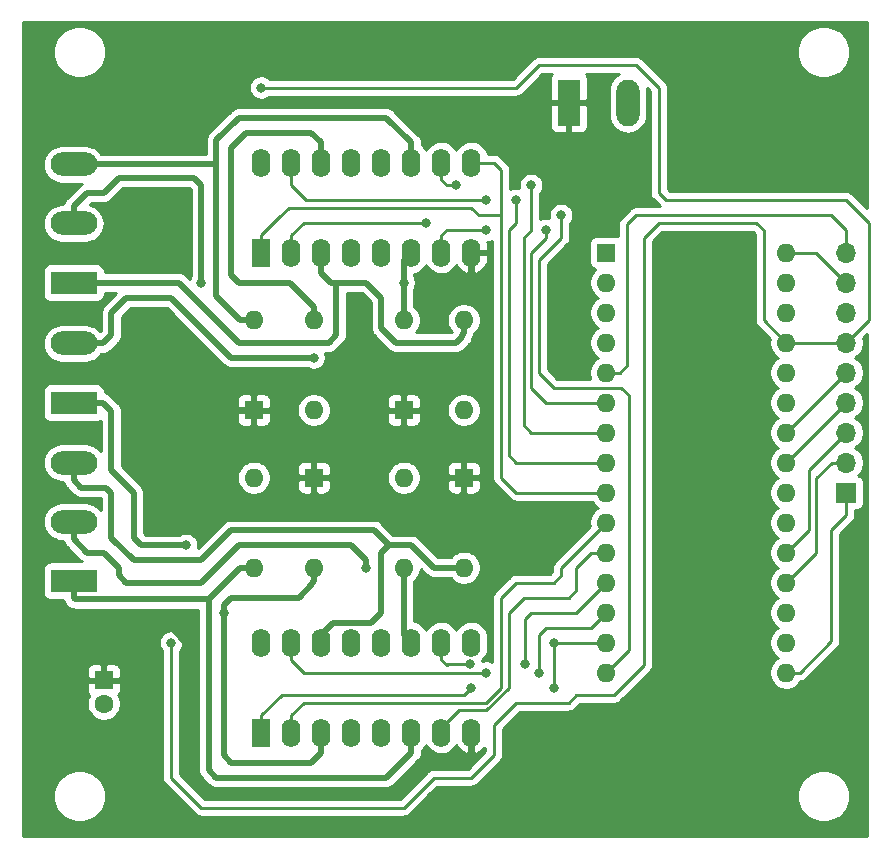
<source format=gbr>
G04 #@! TF.GenerationSoftware,KiCad,Pcbnew,5.1.5+dfsg1-2build2*
G04 #@! TF.CreationDate,2022-06-06T13:39:04+02:00*
G04 #@! TF.ProjectId,Toro_Stepper_Differential,546f726f-5f53-4746-9570-7065725f4469,rev?*
G04 #@! TF.SameCoordinates,Original*
G04 #@! TF.FileFunction,Copper,L1,Top*
G04 #@! TF.FilePolarity,Positive*
%FSLAX46Y46*%
G04 Gerber Fmt 4.6, Leading zero omitted, Abs format (unit mm)*
G04 Created by KiCad (PCBNEW 5.1.5+dfsg1-2build2) date 2022-06-06 13:39:04*
%MOMM*%
%LPD*%
G04 APERTURE LIST*
%ADD10O,1.700000X1.700000*%
%ADD11R,1.700000X1.700000*%
%ADD12C,1.600000*%
%ADD13R,1.600000X1.600000*%
%ADD14O,1.600000X1.600000*%
%ADD15R,3.960000X1.980000*%
%ADD16O,3.960000X1.980000*%
%ADD17O,1.980000X3.960000*%
%ADD18R,1.980000X3.960000*%
%ADD19R,1.600000X2.400000*%
%ADD20O,1.600000X2.400000*%
%ADD21C,0.800000*%
%ADD22C,0.250000*%
%ADD23C,0.500000*%
%ADD24C,0.254000*%
G04 APERTURE END LIST*
D10*
X128905000Y-93980000D03*
X128905000Y-96520000D03*
X128905000Y-99060000D03*
X128905000Y-101600000D03*
X128905000Y-104140000D03*
X128905000Y-106680000D03*
X128905000Y-109220000D03*
X128905000Y-111760000D03*
D11*
X128905000Y-114300000D03*
D12*
X66040000Y-132175000D03*
D13*
X66040000Y-130175000D03*
D14*
X83820000Y-120650000D03*
X78740000Y-113030000D03*
X78740000Y-120650000D03*
D13*
X83820000Y-113030000D03*
D14*
X78740000Y-99695000D03*
X83820000Y-107315000D03*
X83820000Y-99695000D03*
D13*
X78740000Y-107315000D03*
D14*
X91440000Y-99695000D03*
X96520000Y-107315000D03*
X96520000Y-99695000D03*
D13*
X91440000Y-107315000D03*
D14*
X96520000Y-120650000D03*
X91440000Y-113030000D03*
X91440000Y-120650000D03*
D13*
X96520000Y-113030000D03*
X108585000Y-93980000D03*
D14*
X123825000Y-127000000D03*
X108585000Y-96520000D03*
X123825000Y-124460000D03*
X108585000Y-99060000D03*
X123825000Y-121920000D03*
X108585000Y-101600000D03*
X123825000Y-119380000D03*
X108585000Y-104140000D03*
X123825000Y-116840000D03*
X108585000Y-106680000D03*
X123825000Y-114300000D03*
X108585000Y-109220000D03*
X123825000Y-111760000D03*
X108585000Y-111760000D03*
X123825000Y-109220000D03*
X108585000Y-114300000D03*
X123825000Y-106680000D03*
X108585000Y-116840000D03*
X123825000Y-104140000D03*
X108585000Y-119380000D03*
X123825000Y-101600000D03*
X108585000Y-121920000D03*
X123825000Y-99060000D03*
X108585000Y-124460000D03*
X123825000Y-96520000D03*
X108585000Y-127000000D03*
X123825000Y-93980000D03*
X108585000Y-129540000D03*
X123825000Y-129540000D03*
D15*
X63500000Y-96520000D03*
D16*
X63500000Y-91520000D03*
X63500000Y-86520000D03*
D15*
X63500000Y-106680000D03*
D16*
X63500000Y-101680000D03*
X63500000Y-111760000D03*
X63500000Y-116760000D03*
D15*
X63500000Y-121760000D03*
D17*
X110410000Y-81280000D03*
D18*
X105410000Y-81280000D03*
D19*
X79375000Y-93980000D03*
D20*
X97155000Y-86360000D03*
X81915000Y-93980000D03*
X94615000Y-86360000D03*
X84455000Y-93980000D03*
X92075000Y-86360000D03*
X86995000Y-93980000D03*
X89535000Y-86360000D03*
X89535000Y-93980000D03*
X86995000Y-86360000D03*
X92075000Y-93980000D03*
X84455000Y-86360000D03*
X94615000Y-93980000D03*
X81915000Y-86360000D03*
X97155000Y-93980000D03*
X79375000Y-86360000D03*
X79375000Y-127000000D03*
X97155000Y-134620000D03*
X81915000Y-127000000D03*
X94615000Y-134620000D03*
X84455000Y-127000000D03*
X92075000Y-134620000D03*
X86995000Y-127000000D03*
X89535000Y-134620000D03*
X89535000Y-127000000D03*
X86995000Y-134620000D03*
X92075000Y-127000000D03*
X84455000Y-134620000D03*
X94615000Y-127000000D03*
X81915000Y-134620000D03*
X97155000Y-127000000D03*
D19*
X79375000Y-134620000D03*
D21*
X98425000Y-92075000D03*
X103505000Y-92075000D03*
X95885000Y-88265000D03*
X102235000Y-88265000D03*
X98425000Y-89535000D03*
X100965000Y-89535000D03*
X79375000Y-80010000D03*
X71755000Y-127000000D03*
X97064999Y-128814999D03*
X101690001Y-128814999D03*
X98425000Y-129540000D03*
X102870000Y-129540000D03*
X97155000Y-130810000D03*
X104140000Y-130810000D03*
X104140000Y-127000000D03*
X93345000Y-91440000D03*
X104775000Y-90805000D03*
X95045000Y-97790000D03*
X74295000Y-102235000D03*
X88265000Y-120650000D03*
X91440000Y-96520000D03*
X74295000Y-96520000D03*
X83820000Y-102870000D03*
X73025000Y-118745000D03*
X76200000Y-124460000D03*
D22*
X127702919Y-111760000D02*
X126365000Y-113097919D01*
X128905000Y-111760000D02*
X127702919Y-111760000D01*
X126365000Y-119380000D02*
X123825000Y-121920000D01*
X126365000Y-113097919D02*
X126365000Y-119380000D01*
X128905000Y-109220000D02*
X125730000Y-112395000D01*
X125730000Y-112395000D02*
X125730000Y-117475000D01*
X125730000Y-117475000D02*
X123825000Y-119380000D01*
X128905000Y-92075000D02*
X128905000Y-93980000D01*
X127635000Y-90805000D02*
X128905000Y-92075000D01*
X111125000Y-90805000D02*
X127635000Y-90805000D01*
X110351370Y-91578630D02*
X111125000Y-90805000D01*
X110351370Y-103505000D02*
X110351370Y-91578630D01*
X109716370Y-104140000D02*
X110351370Y-103505000D01*
X108585000Y-104140000D02*
X109716370Y-104140000D01*
X94615000Y-92530000D02*
X95070000Y-92075000D01*
X94615000Y-93980000D02*
X94615000Y-92530000D01*
X95070000Y-92075000D02*
X98425000Y-92075000D01*
X98425000Y-92075000D02*
X98425000Y-92075000D01*
X102235000Y-93980000D02*
X102235000Y-105410000D01*
X103505000Y-92710000D02*
X102235000Y-93980000D01*
X103505000Y-106680000D02*
X108585000Y-106680000D01*
X102235000Y-105410000D02*
X103505000Y-106680000D01*
X103505000Y-92075000D02*
X103505000Y-92710000D01*
X94615000Y-87810000D02*
X95070000Y-88265000D01*
X94615000Y-86360000D02*
X94615000Y-87810000D01*
X95070000Y-88265000D02*
X95885000Y-88265000D01*
X95885000Y-88265000D02*
X95885000Y-88265000D01*
X101600000Y-92710000D02*
X102235000Y-92075000D01*
X102235000Y-92075000D02*
X102235000Y-88265000D01*
X108585000Y-109220000D02*
X102235000Y-109220000D01*
X102235000Y-109220000D02*
X101600000Y-108585000D01*
X101600000Y-108585000D02*
X101600000Y-92710000D01*
X128905000Y-106680000D02*
X123825000Y-111760000D01*
X81915000Y-86360000D02*
X81915000Y-87810000D01*
X81915000Y-87810000D02*
X81915000Y-88265000D01*
X100965000Y-90170000D02*
X100965000Y-90170000D01*
X81915000Y-88265000D02*
X83185000Y-89535000D01*
X83185000Y-89535000D02*
X98425000Y-89535000D01*
X98425000Y-89535000D02*
X98425000Y-89535000D01*
X100965000Y-89535000D02*
X100965000Y-89535000D01*
X100330000Y-92075000D02*
X100330000Y-111125000D01*
X100965000Y-91440000D02*
X100330000Y-92075000D01*
X100965000Y-89535000D02*
X100965000Y-91440000D01*
X100965000Y-111760000D02*
X100330000Y-111125000D01*
X108585000Y-111760000D02*
X100965000Y-111760000D01*
X128905000Y-104140000D02*
X123825000Y-109220000D01*
X79375000Y-93980000D02*
X79375000Y-92530000D01*
X99060000Y-86360000D02*
X97155000Y-86360000D01*
X99695000Y-86995000D02*
X99060000Y-86360000D01*
X80872500Y-91032500D02*
X80915009Y-90989991D01*
X99695000Y-90805000D02*
X99695000Y-86995000D01*
X80915009Y-90989991D02*
X79375000Y-92530000D01*
X81735000Y-90170000D02*
X80915009Y-90989991D01*
X97790000Y-90805000D02*
X97155000Y-90170000D01*
X97155000Y-90170000D02*
X81735000Y-90170000D01*
X99695000Y-90805000D02*
X97790000Y-90805000D01*
X100965000Y-114300000D02*
X108585000Y-114300000D01*
X99695000Y-113030000D02*
X100965000Y-114300000D01*
X99695000Y-90805000D02*
X99695000Y-113030000D01*
X98425000Y-132080000D02*
X99695000Y-130810000D01*
X83005000Y-132080000D02*
X98425000Y-132080000D01*
X81915000Y-133170000D02*
X83005000Y-132080000D01*
X81915000Y-134620000D02*
X81915000Y-133170000D01*
X99695000Y-130810000D02*
X99695000Y-123190000D01*
X99695000Y-123190000D02*
X100965000Y-121920000D01*
X100965000Y-121920000D02*
X104140000Y-121920000D01*
X104140000Y-121920000D02*
X104775000Y-121285000D01*
X104775000Y-120650000D02*
X108585000Y-116840000D01*
X104775000Y-121285000D02*
X104775000Y-120650000D01*
X105410000Y-123190000D02*
X106045000Y-122555000D01*
X100330000Y-124460000D02*
X101600000Y-123190000D01*
X107315000Y-119380000D02*
X108585000Y-119380000D01*
X106045000Y-120650000D02*
X107315000Y-119380000D01*
X101600000Y-123190000D02*
X105410000Y-123190000D01*
X100330000Y-130811410D02*
X100330000Y-124460000D01*
X98426410Y-132715000D02*
X100330000Y-130811410D01*
X96120000Y-132715000D02*
X98426410Y-132715000D01*
X94615000Y-134220000D02*
X96120000Y-132715000D01*
X106045000Y-122555000D02*
X106045000Y-120650000D01*
X94615000Y-134620000D02*
X94615000Y-134220000D01*
X123825000Y-101600000D02*
X128905000Y-101600000D01*
X130810000Y-91440000D02*
X130810000Y-99695000D01*
X128905000Y-89535000D02*
X130810000Y-91440000D01*
X111125000Y-78105000D02*
X113030000Y-80010000D01*
X102870000Y-78105000D02*
X111125000Y-78105000D01*
X100965000Y-80010000D02*
X102870000Y-78105000D01*
X130810000Y-99695000D02*
X128905000Y-101600000D01*
X79375000Y-80010000D02*
X100965000Y-80010000D01*
X113030000Y-88900000D02*
X113665000Y-89535000D01*
X113665000Y-89535000D02*
X128905000Y-89535000D01*
X113030000Y-80010000D02*
X113030000Y-88900000D01*
X121920000Y-99695000D02*
X123825000Y-101600000D01*
X71755000Y-127000000D02*
X71755000Y-138430000D01*
X113030000Y-91440000D02*
X121285000Y-91440000D01*
X105410000Y-132080000D02*
X106045000Y-131445000D01*
X93980000Y-138430000D02*
X97155000Y-138430000D01*
X71755000Y-138430000D02*
X74295000Y-140970000D01*
X74295000Y-140970000D02*
X91440000Y-140970000D01*
X97155000Y-138430000D02*
X99060000Y-136525000D01*
X99060000Y-136525000D02*
X99060000Y-133985000D01*
X99060000Y-133985000D02*
X100965000Y-132080000D01*
X100965000Y-132080000D02*
X105410000Y-132080000D01*
X121285000Y-91440000D02*
X121920000Y-92075000D01*
X106045000Y-131445000D02*
X109220000Y-131445000D01*
X121920000Y-92075000D02*
X121920000Y-99695000D01*
X109220000Y-131445000D02*
X111760000Y-128905000D01*
X111760000Y-92710000D02*
X113030000Y-91440000D01*
X91440000Y-140970000D02*
X93980000Y-138430000D01*
X111760000Y-128905000D02*
X111760000Y-92710000D01*
X94615000Y-128450000D02*
X95070000Y-128905000D01*
X94615000Y-127000000D02*
X94615000Y-128450000D01*
X95160001Y-128814999D02*
X97064999Y-128814999D01*
X95070000Y-128905000D02*
X95160001Y-128814999D01*
X97064999Y-128814999D02*
X97064999Y-128814999D01*
X106680000Y-123825000D02*
X108585000Y-121920000D01*
X106045000Y-124460000D02*
X106680000Y-123825000D01*
X102235000Y-124460000D02*
X106045000Y-124460000D01*
X101690001Y-125004999D02*
X102235000Y-124460000D01*
X101690001Y-128814999D02*
X101690001Y-125004999D01*
X81915000Y-128450000D02*
X83005000Y-129540000D01*
X81915000Y-127000000D02*
X81915000Y-128450000D01*
X83005000Y-129540000D02*
X98425000Y-129540000D01*
X98425000Y-129540000D02*
X98425000Y-129540000D01*
X107315000Y-125730000D02*
X108585000Y-124460000D01*
X103505000Y-125730000D02*
X107315000Y-125730000D01*
X102870000Y-126365000D02*
X103505000Y-125730000D01*
X102870000Y-129540000D02*
X102870000Y-126365000D01*
X79375000Y-133170000D02*
X81100000Y-131445000D01*
X79375000Y-134620000D02*
X79375000Y-133170000D01*
X81100000Y-131445000D02*
X96520000Y-131445000D01*
X96520000Y-131445000D02*
X97155000Y-130810000D01*
X97155000Y-130810000D02*
X97155000Y-130810000D01*
X104140000Y-130810000D02*
X104140000Y-127000000D01*
X104140000Y-127000000D02*
X108585000Y-127000000D01*
X126365000Y-93980000D02*
X128905000Y-96520000D01*
X123825000Y-93980000D02*
X126365000Y-93980000D01*
X81915000Y-92530000D02*
X83005000Y-91440000D01*
X81915000Y-93980000D02*
X81915000Y-92530000D01*
X83005000Y-91440000D02*
X93345000Y-91440000D01*
X104775000Y-90805000D02*
X104775000Y-92710000D01*
X104775000Y-92710000D02*
X102870000Y-94615000D01*
X102870000Y-94615000D02*
X102870000Y-104140000D01*
X102870000Y-104140000D02*
X104140000Y-105410000D01*
X104140000Y-105410000D02*
X109855000Y-105410000D01*
X109855000Y-105410000D02*
X110490000Y-106045000D01*
X110490000Y-127635000D02*
X108585000Y-129540000D01*
X110490000Y-106045000D02*
X110490000Y-127635000D01*
X128905000Y-116205000D02*
X128905000Y-114300000D01*
X127635000Y-117475000D02*
X128905000Y-116205000D01*
X124956370Y-129540000D02*
X127635000Y-126861370D01*
X127635000Y-126861370D02*
X127635000Y-117475000D01*
X123825000Y-129540000D02*
X124956370Y-129540000D01*
D23*
X94645000Y-116205000D02*
X96520000Y-114330000D01*
X83820000Y-114330000D02*
X85695000Y-116205000D01*
X96520000Y-114330000D02*
X96520000Y-113030000D01*
X83820000Y-113030000D02*
X83820000Y-114330000D01*
X90200000Y-104775000D02*
X91440000Y-106015000D01*
X79980000Y-104775000D02*
X90200000Y-104775000D01*
X91440000Y-106015000D02*
X91440000Y-107315000D01*
X78740000Y-106015000D02*
X79980000Y-104775000D01*
X78740000Y-107315000D02*
X78740000Y-106015000D01*
X77440000Y-107315000D02*
X76200000Y-108555000D01*
X78740000Y-107315000D02*
X77440000Y-107315000D01*
X76200000Y-108555000D02*
X76200000Y-115570000D01*
X76835000Y-116205000D02*
X85725000Y-116205000D01*
X76200000Y-115570000D02*
X76835000Y-116205000D01*
X85725000Y-116205000D02*
X94645000Y-116205000D01*
X85695000Y-116205000D02*
X85725000Y-116205000D01*
X97155000Y-95680000D02*
X95045000Y-97790000D01*
X97155000Y-93980000D02*
X97155000Y-95680000D01*
X95045000Y-97790000D02*
X95045000Y-97790000D01*
X74295000Y-102235000D02*
X76200000Y-104140000D01*
X76200000Y-104140000D02*
X76200000Y-108555000D01*
X67310000Y-102235000D02*
X74295000Y-102235000D01*
X66040000Y-103505000D02*
X67310000Y-102235000D01*
X97155000Y-136320000D02*
X96315000Y-137160000D01*
X61595000Y-125095000D02*
X60325000Y-123825000D01*
X97155000Y-134620000D02*
X97155000Y-136320000D01*
X93345000Y-137160000D02*
X90805000Y-139700000D01*
X90805000Y-139700000D02*
X74930000Y-139700000D01*
X73025000Y-127000000D02*
X71120000Y-125095000D01*
X74930000Y-139700000D02*
X73025000Y-137795000D01*
X61595000Y-103505000D02*
X66040000Y-103505000D01*
X73025000Y-137795000D02*
X73025000Y-127000000D01*
X60325000Y-123825000D02*
X60325000Y-104775000D01*
X96315000Y-137160000D02*
X93345000Y-137160000D01*
X60325000Y-104775000D02*
X61595000Y-103505000D01*
X60325000Y-84455000D02*
X60325000Y-104775000D01*
X63500000Y-81280000D02*
X60325000Y-84455000D01*
X105410000Y-81280000D02*
X63500000Y-81280000D01*
X66040000Y-130175000D02*
X66040000Y-125095000D01*
X66040000Y-125095000D02*
X61595000Y-125095000D01*
X71120000Y-125095000D02*
X66040000Y-125095000D01*
X84455000Y-126365000D02*
X84455000Y-127000000D01*
X88645010Y-125349990D02*
X85470010Y-125349990D01*
X89535000Y-124460000D02*
X88645010Y-125349990D01*
X85470010Y-125349990D02*
X84455000Y-126365000D01*
X89535000Y-119380000D02*
X89535000Y-124460000D01*
X90170000Y-118745000D02*
X89535000Y-119380000D01*
X92075000Y-118745000D02*
X90170000Y-118745000D01*
X93980000Y-120650000D02*
X92075000Y-118745000D01*
X96520000Y-120650000D02*
X93980000Y-120650000D01*
X76835000Y-117475000D02*
X88900000Y-117475000D01*
X74295000Y-120015000D02*
X76835000Y-117475000D01*
X68580000Y-120015000D02*
X74295000Y-120015000D01*
X66675000Y-118110000D02*
X68580000Y-120015000D01*
X66675000Y-114300000D02*
X66675000Y-118110000D01*
X66260000Y-113885000D02*
X66675000Y-114300000D01*
X64135000Y-113885000D02*
X66260000Y-113885000D01*
X88900000Y-117475000D02*
X90170000Y-118745000D01*
X63500000Y-113250000D02*
X64135000Y-113885000D01*
X63500000Y-111760000D02*
X63500000Y-113250000D01*
X91440000Y-126365000D02*
X92075000Y-127000000D01*
X91440000Y-120650000D02*
X91440000Y-126365000D01*
X63500000Y-118250000D02*
X64630000Y-119380000D01*
X63500000Y-116760000D02*
X63500000Y-118250000D01*
X64630000Y-119380000D02*
X66040000Y-119380000D01*
X66040000Y-119380000D02*
X67310000Y-120650000D01*
X67310000Y-120650000D02*
X67310000Y-121285000D01*
X67310000Y-121285000D02*
X67945000Y-121920000D01*
X67945000Y-121920000D02*
X74295000Y-121920000D01*
X74295000Y-121920000D02*
X77470000Y-118745000D01*
X77470000Y-118745000D02*
X79375000Y-118745000D01*
X79375000Y-118745000D02*
X86360000Y-118745000D01*
X86360000Y-118745000D02*
X86995000Y-118745000D01*
X86995000Y-118745000D02*
X88265000Y-120015000D01*
X88265000Y-120015000D02*
X88265000Y-120650000D01*
X88265000Y-120650000D02*
X88265000Y-120650000D01*
X91440000Y-94615000D02*
X92075000Y-93980000D01*
X91440000Y-99695000D02*
X91440000Y-96520000D01*
X63500000Y-90030000D02*
X64630000Y-88900000D01*
X63500000Y-91520000D02*
X63500000Y-90030000D01*
X64630000Y-88900000D02*
X66040000Y-88900000D01*
X66040000Y-88900000D02*
X67310000Y-87630000D01*
X67310000Y-87630000D02*
X73660000Y-87630000D01*
X73660000Y-87630000D02*
X74295000Y-88265000D01*
X74295000Y-88265000D02*
X74295000Y-96520000D01*
X91440000Y-96520000D02*
X91440000Y-94615000D01*
X74295000Y-96520000D02*
X74295000Y-96520000D01*
X96381370Y-101103630D02*
X96381370Y-100965000D01*
X90805000Y-101600000D02*
X95885000Y-101600000D01*
X96520000Y-100826370D02*
X96520000Y-99695000D01*
X89535000Y-100330000D02*
X90805000Y-101600000D01*
X96381370Y-100965000D02*
X96520000Y-100826370D01*
X89535000Y-97790000D02*
X89535000Y-100330000D01*
X88265000Y-96520000D02*
X89535000Y-97790000D01*
X95885000Y-101600000D02*
X96381370Y-101103630D01*
X84455000Y-95680000D02*
X85295000Y-96520000D01*
X84455000Y-93980000D02*
X84455000Y-95680000D01*
X85725000Y-100965000D02*
X85725000Y-96520000D01*
X85090000Y-101600000D02*
X85725000Y-100965000D01*
X77470000Y-101600000D02*
X85090000Y-101600000D01*
X72390000Y-96520000D02*
X77470000Y-101600000D01*
X63500000Y-96520000D02*
X72390000Y-96520000D01*
X85725000Y-96520000D02*
X88265000Y-96520000D01*
X85295000Y-96520000D02*
X85725000Y-96520000D01*
X92075000Y-84660000D02*
X92075000Y-86360000D01*
X89965000Y-82550000D02*
X92075000Y-84660000D01*
X77470000Y-82550000D02*
X89965000Y-82550000D01*
X75565000Y-84455000D02*
X77470000Y-82550000D01*
X77608630Y-99695000D02*
X75565000Y-97651370D01*
X78740000Y-99695000D02*
X77608630Y-99695000D01*
X75405000Y-86520000D02*
X75565000Y-86360000D01*
X63500000Y-86520000D02*
X75405000Y-86520000D01*
X75565000Y-86360000D02*
X75565000Y-84455000D01*
X75565000Y-97651370D02*
X75565000Y-86360000D01*
X84455000Y-84660000D02*
X84455000Y-86360000D01*
X83615000Y-83820000D02*
X84455000Y-84660000D01*
X78105000Y-83820000D02*
X83615000Y-83820000D01*
X76835000Y-85090000D02*
X78105000Y-83820000D01*
X76835000Y-95885000D02*
X76835000Y-85090000D01*
X77470000Y-96520000D02*
X76835000Y-95885000D01*
X81776370Y-96520000D02*
X77470000Y-96520000D01*
X83820000Y-98563630D02*
X83115685Y-97859315D01*
X83820000Y-99695000D02*
X83820000Y-98563630D01*
X65980000Y-101680000D02*
X66675000Y-100985000D01*
X63500000Y-101680000D02*
X65980000Y-101680000D01*
X66675000Y-100985000D02*
X66675000Y-99060000D01*
X66675000Y-99060000D02*
X67945000Y-97790000D01*
X83115685Y-97859315D02*
X81776370Y-96520000D01*
X67945000Y-97790000D02*
X71755000Y-97790000D01*
X71755000Y-97790000D02*
X76835000Y-102870000D01*
X76835000Y-102870000D02*
X83820000Y-102870000D01*
X83820000Y-102870000D02*
X83820000Y-102870000D01*
X83820000Y-121781370D02*
X83681370Y-121920000D01*
X83820000Y-120650000D02*
X83820000Y-121781370D01*
X83681370Y-121920000D02*
X83681370Y-122058630D01*
X83681370Y-122058630D02*
X82550000Y-123190000D01*
X82550000Y-123190000D02*
X76835000Y-123190000D01*
X76835000Y-123190000D02*
X76200000Y-123825000D01*
X76200000Y-123825000D02*
X76200000Y-124460000D01*
X76200000Y-136525000D02*
X76835000Y-137160000D01*
X83615000Y-137160000D02*
X84455000Y-136320000D01*
X84455000Y-136320000D02*
X84455000Y-134620000D01*
X76835000Y-137160000D02*
X83615000Y-137160000D01*
X65980000Y-106680000D02*
X66675000Y-107375000D01*
X63500000Y-106680000D02*
X65980000Y-106680000D01*
X66675000Y-107375000D02*
X66675000Y-112395000D01*
X66675000Y-112395000D02*
X68580000Y-114300000D01*
X68580000Y-114300000D02*
X68580000Y-118110000D01*
X68580000Y-118110000D02*
X69215000Y-118745000D01*
X69215000Y-118745000D02*
X72390000Y-118745000D01*
X72390000Y-118745000D02*
X73025000Y-118745000D01*
X73025000Y-118745000D02*
X73025000Y-118745000D01*
X76200000Y-124460000D02*
X76200000Y-136525000D01*
X89965000Y-138430000D02*
X92075000Y-136320000D01*
X75565000Y-138430000D02*
X89965000Y-138430000D01*
X74930000Y-137795000D02*
X75565000Y-138430000D01*
X74930000Y-123328630D02*
X74930000Y-137795000D01*
X92075000Y-136320000D02*
X92075000Y-134620000D01*
X77608630Y-120650000D02*
X74930000Y-123328630D01*
X78740000Y-120650000D02*
X77608630Y-120650000D01*
X63500000Y-123250000D02*
X63500000Y-121760000D01*
X63578630Y-123328630D02*
X63500000Y-123250000D01*
X74930000Y-123328630D02*
X63578630Y-123328630D01*
D24*
G36*
X130683000Y-90238198D02*
G01*
X129468804Y-89024003D01*
X129445001Y-88994999D01*
X129329276Y-88900026D01*
X129197247Y-88829454D01*
X129053986Y-88785997D01*
X128942333Y-88775000D01*
X128942322Y-88775000D01*
X128905000Y-88771324D01*
X128867678Y-88775000D01*
X113979802Y-88775000D01*
X113790000Y-88585199D01*
X113790000Y-80047323D01*
X113793676Y-80010000D01*
X113790000Y-79972677D01*
X113790000Y-79972667D01*
X113779003Y-79861014D01*
X113735546Y-79717753D01*
X113664974Y-79585724D01*
X113570001Y-79469999D01*
X113541004Y-79446202D01*
X111688804Y-77594003D01*
X111665001Y-77564999D01*
X111549276Y-77470026D01*
X111417247Y-77399454D01*
X111273986Y-77355997D01*
X111162333Y-77345000D01*
X111162322Y-77345000D01*
X111125000Y-77341324D01*
X111087678Y-77345000D01*
X102907323Y-77345000D01*
X102870000Y-77341324D01*
X102832677Y-77345000D01*
X102832667Y-77345000D01*
X102721014Y-77355997D01*
X102577753Y-77399454D01*
X102445724Y-77470026D01*
X102329999Y-77564999D01*
X102306201Y-77593997D01*
X100650199Y-79250000D01*
X80078711Y-79250000D01*
X80034774Y-79206063D01*
X79865256Y-79092795D01*
X79676898Y-79014774D01*
X79476939Y-78975000D01*
X79273061Y-78975000D01*
X79073102Y-79014774D01*
X78884744Y-79092795D01*
X78715226Y-79206063D01*
X78571063Y-79350226D01*
X78457795Y-79519744D01*
X78379774Y-79708102D01*
X78340000Y-79908061D01*
X78340000Y-80111939D01*
X78379774Y-80311898D01*
X78457795Y-80500256D01*
X78571063Y-80669774D01*
X78715226Y-80813937D01*
X78884744Y-80927205D01*
X79073102Y-81005226D01*
X79273061Y-81045000D01*
X79476939Y-81045000D01*
X79676898Y-81005226D01*
X79865256Y-80927205D01*
X80034774Y-80813937D01*
X80078711Y-80770000D01*
X100927678Y-80770000D01*
X100965000Y-80773676D01*
X101002322Y-80770000D01*
X101002333Y-80770000D01*
X101113986Y-80759003D01*
X101257247Y-80715546D01*
X101389276Y-80644974D01*
X101505001Y-80550001D01*
X101528804Y-80520997D01*
X103184802Y-78865000D01*
X103955532Y-78865000D01*
X103889463Y-78945506D01*
X103830498Y-79055820D01*
X103794188Y-79175518D01*
X103781928Y-79300000D01*
X103785000Y-80994250D01*
X103943750Y-81153000D01*
X105283000Y-81153000D01*
X105283000Y-81133000D01*
X105537000Y-81133000D01*
X105537000Y-81153000D01*
X106876250Y-81153000D01*
X107035000Y-80994250D01*
X107038072Y-79300000D01*
X107025812Y-79175518D01*
X106989502Y-79055820D01*
X106930537Y-78945506D01*
X106864468Y-78865000D01*
X109628786Y-78865000D01*
X109502830Y-78932325D01*
X109255392Y-79135392D01*
X109052325Y-79382831D01*
X108901432Y-79665132D01*
X108808513Y-79971445D01*
X108785000Y-80210177D01*
X108785001Y-82349824D01*
X108808514Y-82588556D01*
X108901433Y-82894869D01*
X109052326Y-83177170D01*
X109255393Y-83424608D01*
X109502831Y-83627675D01*
X109785132Y-83778568D01*
X110091445Y-83871487D01*
X110410000Y-83902862D01*
X110728556Y-83871487D01*
X111034869Y-83778568D01*
X111317170Y-83627675D01*
X111564608Y-83424608D01*
X111767675Y-83177170D01*
X111918568Y-82894869D01*
X112011487Y-82588556D01*
X112035000Y-82349824D01*
X112035000Y-80210176D01*
X112021849Y-80076651D01*
X112270000Y-80324802D01*
X112270001Y-88862668D01*
X112266324Y-88900000D01*
X112270001Y-88937333D01*
X112280998Y-89048986D01*
X112292405Y-89086589D01*
X112324454Y-89192246D01*
X112395026Y-89324276D01*
X112452296Y-89394059D01*
X112490000Y-89440001D01*
X112518998Y-89463799D01*
X113100198Y-90045000D01*
X111162322Y-90045000D01*
X111124999Y-90041324D01*
X111087676Y-90045000D01*
X111087667Y-90045000D01*
X110976014Y-90055997D01*
X110834912Y-90098799D01*
X110832753Y-90099454D01*
X110700723Y-90170026D01*
X110617083Y-90238668D01*
X110584999Y-90264999D01*
X110561201Y-90293997D01*
X109840368Y-91014831D01*
X109811370Y-91038629D01*
X109787572Y-91067627D01*
X109787571Y-91067628D01*
X109716396Y-91154354D01*
X109645824Y-91286384D01*
X109620825Y-91368799D01*
X109602368Y-91429644D01*
X109591991Y-91534999D01*
X109587694Y-91578630D01*
X109591371Y-91615962D01*
X109591371Y-92579029D01*
X109509482Y-92554188D01*
X109385000Y-92541928D01*
X107785000Y-92541928D01*
X107660518Y-92554188D01*
X107540820Y-92590498D01*
X107430506Y-92649463D01*
X107333815Y-92728815D01*
X107254463Y-92825506D01*
X107195498Y-92935820D01*
X107159188Y-93055518D01*
X107146928Y-93180000D01*
X107146928Y-94780000D01*
X107159188Y-94904482D01*
X107195498Y-95024180D01*
X107254463Y-95134494D01*
X107333815Y-95231185D01*
X107430506Y-95310537D01*
X107540820Y-95369502D01*
X107660518Y-95405812D01*
X107668961Y-95406643D01*
X107470363Y-95605241D01*
X107313320Y-95840273D01*
X107205147Y-96101426D01*
X107150000Y-96378665D01*
X107150000Y-96661335D01*
X107205147Y-96938574D01*
X107313320Y-97199727D01*
X107470363Y-97434759D01*
X107670241Y-97634637D01*
X107902759Y-97790000D01*
X107670241Y-97945363D01*
X107470363Y-98145241D01*
X107313320Y-98380273D01*
X107205147Y-98641426D01*
X107150000Y-98918665D01*
X107150000Y-99201335D01*
X107205147Y-99478574D01*
X107313320Y-99739727D01*
X107470363Y-99974759D01*
X107670241Y-100174637D01*
X107902759Y-100330000D01*
X107670241Y-100485363D01*
X107470363Y-100685241D01*
X107313320Y-100920273D01*
X107205147Y-101181426D01*
X107150000Y-101458665D01*
X107150000Y-101741335D01*
X107205147Y-102018574D01*
X107313320Y-102279727D01*
X107470363Y-102514759D01*
X107670241Y-102714637D01*
X107902759Y-102870000D01*
X107670241Y-103025363D01*
X107470363Y-103225241D01*
X107313320Y-103460273D01*
X107205147Y-103721426D01*
X107150000Y-103998665D01*
X107150000Y-104281335D01*
X107205147Y-104558574D01*
X107243017Y-104650000D01*
X104454802Y-104650000D01*
X103630000Y-103825199D01*
X103630000Y-94929801D01*
X105286003Y-93273799D01*
X105315001Y-93250001D01*
X105409974Y-93134276D01*
X105480546Y-93002247D01*
X105524003Y-92858986D01*
X105535000Y-92747333D01*
X105535000Y-92747323D01*
X105538676Y-92710000D01*
X105535000Y-92672677D01*
X105535000Y-91508711D01*
X105578937Y-91464774D01*
X105692205Y-91295256D01*
X105770226Y-91106898D01*
X105810000Y-90906939D01*
X105810000Y-90703061D01*
X105770226Y-90503102D01*
X105692205Y-90314744D01*
X105578937Y-90145226D01*
X105434774Y-90001063D01*
X105265256Y-89887795D01*
X105076898Y-89809774D01*
X104876939Y-89770000D01*
X104673061Y-89770000D01*
X104473102Y-89809774D01*
X104284744Y-89887795D01*
X104115226Y-90001063D01*
X103971063Y-90145226D01*
X103857795Y-90314744D01*
X103779774Y-90503102D01*
X103740000Y-90703061D01*
X103740000Y-90906939D01*
X103773039Y-91073039D01*
X103606939Y-91040000D01*
X103403061Y-91040000D01*
X103203102Y-91079774D01*
X103014744Y-91157795D01*
X102995000Y-91170987D01*
X102995000Y-88968711D01*
X103038937Y-88924774D01*
X103152205Y-88755256D01*
X103230226Y-88566898D01*
X103270000Y-88366939D01*
X103270000Y-88163061D01*
X103230226Y-87963102D01*
X103152205Y-87774744D01*
X103038937Y-87605226D01*
X102894774Y-87461063D01*
X102725256Y-87347795D01*
X102536898Y-87269774D01*
X102336939Y-87230000D01*
X102133061Y-87230000D01*
X101933102Y-87269774D01*
X101744744Y-87347795D01*
X101575226Y-87461063D01*
X101431063Y-87605226D01*
X101317795Y-87774744D01*
X101239774Y-87963102D01*
X101200000Y-88163061D01*
X101200000Y-88366939D01*
X101233039Y-88533039D01*
X101066939Y-88500000D01*
X100863061Y-88500000D01*
X100663102Y-88539774D01*
X100474744Y-88617795D01*
X100455000Y-88630987D01*
X100455000Y-87032333D01*
X100458677Y-86995000D01*
X100444003Y-86846014D01*
X100400546Y-86702753D01*
X100329974Y-86570724D01*
X100258799Y-86483997D01*
X100235001Y-86454999D01*
X100206002Y-86431200D01*
X99623803Y-85849002D01*
X99600001Y-85819999D01*
X99484276Y-85725026D01*
X99352247Y-85654454D01*
X99208986Y-85610997D01*
X99097333Y-85600000D01*
X99097322Y-85600000D01*
X99060000Y-85596324D01*
X99022678Y-85600000D01*
X98545366Y-85600000D01*
X98487182Y-85408192D01*
X98353932Y-85158899D01*
X98174607Y-84940392D01*
X97956100Y-84761068D01*
X97706807Y-84627818D01*
X97436308Y-84545764D01*
X97155000Y-84518057D01*
X96873691Y-84545764D01*
X96603192Y-84627818D01*
X96353899Y-84761068D01*
X96135392Y-84940393D01*
X95956068Y-85158900D01*
X95885000Y-85291858D01*
X95813932Y-85158899D01*
X95634607Y-84940392D01*
X95416100Y-84761068D01*
X95166807Y-84627818D01*
X94896308Y-84545764D01*
X94615000Y-84518057D01*
X94333691Y-84545764D01*
X94063192Y-84627818D01*
X93813899Y-84761068D01*
X93595392Y-84940393D01*
X93416068Y-85158900D01*
X93345000Y-85291858D01*
X93273932Y-85158899D01*
X93094607Y-84940392D01*
X92960000Y-84829923D01*
X92960000Y-84703469D01*
X92964281Y-84660000D01*
X92960000Y-84616531D01*
X92960000Y-84616523D01*
X92947195Y-84486510D01*
X92905963Y-84350589D01*
X92896589Y-84319686D01*
X92814411Y-84165941D01*
X92731532Y-84064953D01*
X92731530Y-84064951D01*
X92703817Y-84031183D01*
X92670050Y-84003471D01*
X91926579Y-83260000D01*
X103781928Y-83260000D01*
X103794188Y-83384482D01*
X103830498Y-83504180D01*
X103889463Y-83614494D01*
X103968815Y-83711185D01*
X104065506Y-83790537D01*
X104175820Y-83849502D01*
X104295518Y-83885812D01*
X104420000Y-83898072D01*
X105124250Y-83895000D01*
X105283000Y-83736250D01*
X105283000Y-81407000D01*
X105537000Y-81407000D01*
X105537000Y-83736250D01*
X105695750Y-83895000D01*
X106400000Y-83898072D01*
X106524482Y-83885812D01*
X106644180Y-83849502D01*
X106754494Y-83790537D01*
X106851185Y-83711185D01*
X106930537Y-83614494D01*
X106989502Y-83504180D01*
X107025812Y-83384482D01*
X107038072Y-83260000D01*
X107035000Y-81565750D01*
X106876250Y-81407000D01*
X105537000Y-81407000D01*
X105283000Y-81407000D01*
X103943750Y-81407000D01*
X103785000Y-81565750D01*
X103781928Y-83260000D01*
X91926579Y-83260000D01*
X90621534Y-81954956D01*
X90593817Y-81921183D01*
X90459059Y-81810589D01*
X90305313Y-81728411D01*
X90138490Y-81677805D01*
X90008477Y-81665000D01*
X90008469Y-81665000D01*
X89965000Y-81660719D01*
X89921531Y-81665000D01*
X77513469Y-81665000D01*
X77470000Y-81660719D01*
X77426531Y-81665000D01*
X77426523Y-81665000D01*
X77296510Y-81677805D01*
X77129687Y-81728411D01*
X76975941Y-81810589D01*
X76874953Y-81893468D01*
X76874951Y-81893470D01*
X76841183Y-81921183D01*
X76813470Y-81954951D01*
X74969951Y-83798471D01*
X74936184Y-83826183D01*
X74908471Y-83859951D01*
X74908468Y-83859954D01*
X74825590Y-83960941D01*
X74743412Y-84114687D01*
X74692805Y-84281510D01*
X74675719Y-84455000D01*
X74680001Y-84498479D01*
X74680000Y-85635000D01*
X65859525Y-85635000D01*
X65847675Y-85612830D01*
X65644608Y-85365392D01*
X65397170Y-85162325D01*
X65114869Y-85011432D01*
X64808556Y-84918513D01*
X64569824Y-84895000D01*
X62430176Y-84895000D01*
X62191444Y-84918513D01*
X61885131Y-85011432D01*
X61602830Y-85162325D01*
X61355392Y-85365392D01*
X61152325Y-85612830D01*
X61001432Y-85895131D01*
X60908513Y-86201444D01*
X60877138Y-86520000D01*
X60908513Y-86838556D01*
X61001432Y-87144869D01*
X61152325Y-87427170D01*
X61355392Y-87674608D01*
X61602830Y-87877675D01*
X61885131Y-88028568D01*
X62191444Y-88121487D01*
X62430176Y-88145000D01*
X64165106Y-88145000D01*
X64135941Y-88160589D01*
X64135939Y-88160590D01*
X64135940Y-88160590D01*
X64034953Y-88243468D01*
X64034951Y-88243470D01*
X64001183Y-88271183D01*
X63973470Y-88304951D01*
X62904951Y-89373471D01*
X62871184Y-89401183D01*
X62843471Y-89434951D01*
X62843468Y-89434954D01*
X62760590Y-89535941D01*
X62678412Y-89689687D01*
X62627805Y-89856510D01*
X62624014Y-89895000D01*
X62430176Y-89895000D01*
X62191444Y-89918513D01*
X61885131Y-90011432D01*
X61602830Y-90162325D01*
X61355392Y-90365392D01*
X61152325Y-90612830D01*
X61001432Y-90895131D01*
X60908513Y-91201444D01*
X60877138Y-91520000D01*
X60908513Y-91838556D01*
X61001432Y-92144869D01*
X61152325Y-92427170D01*
X61355392Y-92674608D01*
X61602830Y-92877675D01*
X61885131Y-93028568D01*
X62191444Y-93121487D01*
X62430176Y-93145000D01*
X64569824Y-93145000D01*
X64808556Y-93121487D01*
X65114869Y-93028568D01*
X65397170Y-92877675D01*
X65644608Y-92674608D01*
X65847675Y-92427170D01*
X65998568Y-92144869D01*
X66091487Y-91838556D01*
X66122862Y-91520000D01*
X66091487Y-91201444D01*
X65998568Y-90895131D01*
X65847675Y-90612830D01*
X65644608Y-90365392D01*
X65397170Y-90162325D01*
X65114869Y-90011432D01*
X64850379Y-89931200D01*
X64996579Y-89785000D01*
X65996531Y-89785000D01*
X66040000Y-89789281D01*
X66083469Y-89785000D01*
X66083477Y-89785000D01*
X66213490Y-89772195D01*
X66380313Y-89721589D01*
X66534059Y-89639411D01*
X66668817Y-89528817D01*
X66696534Y-89495044D01*
X67676579Y-88515000D01*
X73293422Y-88515000D01*
X73410000Y-88631579D01*
X73410001Y-95981544D01*
X73377795Y-96029744D01*
X73311462Y-96189884D01*
X73046534Y-95924956D01*
X73018817Y-95891183D01*
X72884059Y-95780589D01*
X72730313Y-95698411D01*
X72563490Y-95647805D01*
X72433477Y-95635000D01*
X72433469Y-95635000D01*
X72390000Y-95630719D01*
X72346531Y-95635000D01*
X66118072Y-95635000D01*
X66118072Y-95530000D01*
X66105812Y-95405518D01*
X66069502Y-95285820D01*
X66010537Y-95175506D01*
X65931185Y-95078815D01*
X65834494Y-94999463D01*
X65724180Y-94940498D01*
X65604482Y-94904188D01*
X65480000Y-94891928D01*
X61520000Y-94891928D01*
X61395518Y-94904188D01*
X61275820Y-94940498D01*
X61165506Y-94999463D01*
X61068815Y-95078815D01*
X60989463Y-95175506D01*
X60930498Y-95285820D01*
X60894188Y-95405518D01*
X60881928Y-95530000D01*
X60881928Y-97510000D01*
X60894188Y-97634482D01*
X60930498Y-97754180D01*
X60989463Y-97864494D01*
X61068815Y-97961185D01*
X61165506Y-98040537D01*
X61275820Y-98099502D01*
X61395518Y-98135812D01*
X61520000Y-98148072D01*
X65480000Y-98148072D01*
X65604482Y-98135812D01*
X65724180Y-98099502D01*
X65834494Y-98040537D01*
X65931185Y-97961185D01*
X66010537Y-97864494D01*
X66069502Y-97754180D01*
X66105812Y-97634482D01*
X66118072Y-97510000D01*
X66118072Y-97405000D01*
X67078421Y-97405000D01*
X66079951Y-98403471D01*
X66046184Y-98431183D01*
X66018471Y-98464951D01*
X66018468Y-98464954D01*
X65935590Y-98565941D01*
X65853412Y-98719687D01*
X65802805Y-98886510D01*
X65785719Y-99060000D01*
X65790001Y-99103479D01*
X65790000Y-100618421D01*
X65752077Y-100656344D01*
X65644608Y-100525392D01*
X65397170Y-100322325D01*
X65114869Y-100171432D01*
X64808556Y-100078513D01*
X64569824Y-100055000D01*
X62430176Y-100055000D01*
X62191444Y-100078513D01*
X61885131Y-100171432D01*
X61602830Y-100322325D01*
X61355392Y-100525392D01*
X61152325Y-100772830D01*
X61001432Y-101055131D01*
X60908513Y-101361444D01*
X60877138Y-101680000D01*
X60908513Y-101998556D01*
X61001432Y-102304869D01*
X61152325Y-102587170D01*
X61355392Y-102834608D01*
X61602830Y-103037675D01*
X61885131Y-103188568D01*
X62191444Y-103281487D01*
X62430176Y-103305000D01*
X64569824Y-103305000D01*
X64808556Y-103281487D01*
X65114869Y-103188568D01*
X65397170Y-103037675D01*
X65644608Y-102834608D01*
X65847675Y-102587170D01*
X65859525Y-102565000D01*
X65936531Y-102565000D01*
X65980000Y-102569281D01*
X66023469Y-102565000D01*
X66023477Y-102565000D01*
X66153490Y-102552195D01*
X66320313Y-102501589D01*
X66474059Y-102419411D01*
X66608817Y-102308817D01*
X66636534Y-102275044D01*
X67270050Y-101641529D01*
X67303817Y-101613817D01*
X67343240Y-101565781D01*
X67414410Y-101479060D01*
X67414411Y-101479059D01*
X67496589Y-101325313D01*
X67547195Y-101158490D01*
X67560000Y-101028477D01*
X67560000Y-101028467D01*
X67564281Y-100985001D01*
X67560000Y-100941535D01*
X67560000Y-99426578D01*
X68311579Y-98675000D01*
X71388422Y-98675000D01*
X76178470Y-103465049D01*
X76206183Y-103498817D01*
X76239951Y-103526530D01*
X76239953Y-103526532D01*
X76340941Y-103609411D01*
X76494687Y-103691589D01*
X76661510Y-103742195D01*
X76791523Y-103755000D01*
X76791531Y-103755000D01*
X76835000Y-103759281D01*
X76878469Y-103755000D01*
X83281546Y-103755000D01*
X83329744Y-103787205D01*
X83518102Y-103865226D01*
X83718061Y-103905000D01*
X83921939Y-103905000D01*
X84121898Y-103865226D01*
X84310256Y-103787205D01*
X84479774Y-103673937D01*
X84623937Y-103529774D01*
X84737205Y-103360256D01*
X84815226Y-103171898D01*
X84855000Y-102971939D01*
X84855000Y-102768061D01*
X84815226Y-102568102D01*
X84780804Y-102485000D01*
X85046531Y-102485000D01*
X85090000Y-102489281D01*
X85133469Y-102485000D01*
X85133477Y-102485000D01*
X85263490Y-102472195D01*
X85430313Y-102421589D01*
X85584059Y-102339411D01*
X85718817Y-102228817D01*
X85746534Y-102195044D01*
X86320050Y-101621529D01*
X86353817Y-101593817D01*
X86447997Y-101479060D01*
X86464411Y-101459059D01*
X86546589Y-101305314D01*
X86597195Y-101138490D01*
X86602069Y-101088998D01*
X86610000Y-101008477D01*
X86610000Y-101008469D01*
X86614281Y-100965000D01*
X86610000Y-100921531D01*
X86610000Y-97405000D01*
X87898422Y-97405000D01*
X88650000Y-98156579D01*
X88650001Y-100286521D01*
X88645719Y-100330000D01*
X88662805Y-100503490D01*
X88713412Y-100670313D01*
X88795590Y-100824059D01*
X88878468Y-100925046D01*
X88878471Y-100925049D01*
X88906184Y-100958817D01*
X88939951Y-100986529D01*
X90148470Y-102195049D01*
X90176183Y-102228817D01*
X90209951Y-102256530D01*
X90209953Y-102256532D01*
X90232399Y-102274953D01*
X90310941Y-102339411D01*
X90464687Y-102421589D01*
X90631510Y-102472195D01*
X90761523Y-102485000D01*
X90761533Y-102485000D01*
X90804999Y-102489281D01*
X90848465Y-102485000D01*
X95841531Y-102485000D01*
X95885000Y-102489281D01*
X95928469Y-102485000D01*
X95928477Y-102485000D01*
X96058490Y-102472195D01*
X96225313Y-102421589D01*
X96379059Y-102339411D01*
X96513817Y-102228817D01*
X96541534Y-102195044D01*
X96976415Y-101760163D01*
X97010187Y-101732447D01*
X97120781Y-101597689D01*
X97202959Y-101443943D01*
X97229296Y-101357124D01*
X97259411Y-101320429D01*
X97341589Y-101166683D01*
X97392195Y-100999860D01*
X97405000Y-100869847D01*
X97405000Y-100869837D01*
X97409250Y-100826681D01*
X97434759Y-100809637D01*
X97634637Y-100609759D01*
X97791680Y-100374727D01*
X97899853Y-100113574D01*
X97955000Y-99836335D01*
X97955000Y-99553665D01*
X97899853Y-99276426D01*
X97791680Y-99015273D01*
X97634637Y-98780241D01*
X97434759Y-98580363D01*
X97199727Y-98423320D01*
X96938574Y-98315147D01*
X96661335Y-98260000D01*
X96378665Y-98260000D01*
X96101426Y-98315147D01*
X95840273Y-98423320D01*
X95605241Y-98580363D01*
X95405363Y-98780241D01*
X95248320Y-99015273D01*
X95140147Y-99276426D01*
X95085000Y-99553665D01*
X95085000Y-99836335D01*
X95140147Y-100113574D01*
X95248320Y-100374727D01*
X95405363Y-100609759D01*
X95510604Y-100715000D01*
X92449396Y-100715000D01*
X92554637Y-100609759D01*
X92711680Y-100374727D01*
X92819853Y-100113574D01*
X92875000Y-99836335D01*
X92875000Y-99553665D01*
X92819853Y-99276426D01*
X92711680Y-99015273D01*
X92554637Y-98780241D01*
X92354759Y-98580363D01*
X92325000Y-98560479D01*
X92325000Y-97058454D01*
X92357205Y-97010256D01*
X92435226Y-96821898D01*
X92475000Y-96621939D01*
X92475000Y-96418061D01*
X92435226Y-96218102D01*
X92357205Y-96029744D01*
X92325000Y-95981546D01*
X92325000Y-95797320D01*
X92356309Y-95794236D01*
X92626808Y-95712182D01*
X92876101Y-95578932D01*
X93094608Y-95399608D01*
X93273932Y-95181101D01*
X93345000Y-95048142D01*
X93416068Y-95181101D01*
X93595393Y-95399608D01*
X93813900Y-95578932D01*
X94063193Y-95712182D01*
X94333692Y-95794236D01*
X94615000Y-95821943D01*
X94896309Y-95794236D01*
X95166808Y-95712182D01*
X95416101Y-95578932D01*
X95634608Y-95399608D01*
X95813932Y-95181101D01*
X95882265Y-95053259D01*
X96032399Y-95282839D01*
X96230105Y-95484500D01*
X96463354Y-95643715D01*
X96723182Y-95754367D01*
X96805961Y-95771904D01*
X97028000Y-95649915D01*
X97028000Y-94107000D01*
X97282000Y-94107000D01*
X97282000Y-95649915D01*
X97504039Y-95771904D01*
X97586818Y-95754367D01*
X97846646Y-95643715D01*
X98079895Y-95484500D01*
X98277601Y-95282839D01*
X98432166Y-95046483D01*
X98537650Y-94784514D01*
X98590000Y-94507000D01*
X98590000Y-94107000D01*
X97282000Y-94107000D01*
X97028000Y-94107000D01*
X97008000Y-94107000D01*
X97008000Y-93853000D01*
X97028000Y-93853000D01*
X97028000Y-93833000D01*
X97282000Y-93833000D01*
X97282000Y-93853000D01*
X98590000Y-93853000D01*
X98590000Y-93453000D01*
X98537650Y-93175486D01*
X98511282Y-93110000D01*
X98526939Y-93110000D01*
X98726898Y-93070226D01*
X98915256Y-92992205D01*
X98935000Y-92979012D01*
X98935001Y-112992667D01*
X98931324Y-113030000D01*
X98935001Y-113067333D01*
X98945998Y-113178986D01*
X98948712Y-113187932D01*
X98989454Y-113322246D01*
X99060026Y-113454276D01*
X99127361Y-113536323D01*
X99155000Y-113570001D01*
X99183998Y-113593799D01*
X100401201Y-114811003D01*
X100424999Y-114840001D01*
X100540724Y-114934974D01*
X100672753Y-115005546D01*
X100816014Y-115049003D01*
X100927667Y-115060000D01*
X100927676Y-115060000D01*
X100964999Y-115063676D01*
X101002322Y-115060000D01*
X107366957Y-115060000D01*
X107470363Y-115214759D01*
X107670241Y-115414637D01*
X107902759Y-115570000D01*
X107670241Y-115725363D01*
X107470363Y-115925241D01*
X107313320Y-116160273D01*
X107205147Y-116421426D01*
X107150000Y-116698665D01*
X107150000Y-116981335D01*
X107186312Y-117163886D01*
X104263998Y-120086201D01*
X104235000Y-120109999D01*
X104211202Y-120138997D01*
X104211201Y-120138998D01*
X104140026Y-120225724D01*
X104103126Y-120294759D01*
X104069454Y-120357753D01*
X104025997Y-120501014D01*
X104015000Y-120612667D01*
X104015000Y-120612678D01*
X104011324Y-120650000D01*
X104015000Y-120687322D01*
X104015000Y-120970198D01*
X103825199Y-121160000D01*
X101002322Y-121160000D01*
X100964999Y-121156324D01*
X100927676Y-121160000D01*
X100927667Y-121160000D01*
X100816014Y-121170997D01*
X100672753Y-121214454D01*
X100540724Y-121285026D01*
X100424999Y-121379999D01*
X100401201Y-121408997D01*
X99183998Y-122626201D01*
X99155000Y-122649999D01*
X99131202Y-122678997D01*
X99131201Y-122678998D01*
X99060026Y-122765724D01*
X98989454Y-122897754D01*
X98972755Y-122952805D01*
X98945998Y-123041014D01*
X98942502Y-123076510D01*
X98931324Y-123190000D01*
X98935001Y-123227332D01*
X98935000Y-128635988D01*
X98915256Y-128622795D01*
X98726898Y-128544774D01*
X98526939Y-128505000D01*
X98323061Y-128505000D01*
X98123102Y-128544774D01*
X98070832Y-128566425D01*
X98060290Y-128513427D01*
X98174608Y-128419608D01*
X98353932Y-128201101D01*
X98487182Y-127951808D01*
X98569236Y-127681309D01*
X98590000Y-127470491D01*
X98590000Y-126529508D01*
X98569236Y-126318691D01*
X98487182Y-126048192D01*
X98353932Y-125798899D01*
X98174607Y-125580392D01*
X97956100Y-125401068D01*
X97706807Y-125267818D01*
X97436308Y-125185764D01*
X97155000Y-125158057D01*
X96873691Y-125185764D01*
X96603192Y-125267818D01*
X96353899Y-125401068D01*
X96135392Y-125580393D01*
X95956068Y-125798900D01*
X95885000Y-125931858D01*
X95813932Y-125798899D01*
X95634607Y-125580392D01*
X95416100Y-125401068D01*
X95166807Y-125267818D01*
X94896308Y-125185764D01*
X94615000Y-125158057D01*
X94333691Y-125185764D01*
X94063192Y-125267818D01*
X93813899Y-125401068D01*
X93595392Y-125580393D01*
X93416068Y-125798900D01*
X93345000Y-125931858D01*
X93273932Y-125798899D01*
X93094607Y-125580392D01*
X92876100Y-125401068D01*
X92626807Y-125267818D01*
X92356308Y-125185764D01*
X92325000Y-125182680D01*
X92325000Y-121784521D01*
X92354759Y-121764637D01*
X92554637Y-121564759D01*
X92711680Y-121329727D01*
X92819853Y-121068574D01*
X92874130Y-120795709D01*
X93323468Y-121245047D01*
X93351183Y-121278817D01*
X93384951Y-121306530D01*
X93384953Y-121306532D01*
X93485940Y-121389410D01*
X93485941Y-121389411D01*
X93639687Y-121471589D01*
X93806510Y-121522195D01*
X93936523Y-121535000D01*
X93936531Y-121535000D01*
X93980000Y-121539281D01*
X94023469Y-121535000D01*
X95385479Y-121535000D01*
X95405363Y-121564759D01*
X95605241Y-121764637D01*
X95840273Y-121921680D01*
X96101426Y-122029853D01*
X96378665Y-122085000D01*
X96661335Y-122085000D01*
X96938574Y-122029853D01*
X97199727Y-121921680D01*
X97434759Y-121764637D01*
X97634637Y-121564759D01*
X97791680Y-121329727D01*
X97899853Y-121068574D01*
X97955000Y-120791335D01*
X97955000Y-120508665D01*
X97899853Y-120231426D01*
X97791680Y-119970273D01*
X97634637Y-119735241D01*
X97434759Y-119535363D01*
X97199727Y-119378320D01*
X96938574Y-119270147D01*
X96661335Y-119215000D01*
X96378665Y-119215000D01*
X96101426Y-119270147D01*
X95840273Y-119378320D01*
X95605241Y-119535363D01*
X95405363Y-119735241D01*
X95385479Y-119765000D01*
X94346579Y-119765000D01*
X92731534Y-118149956D01*
X92703817Y-118116183D01*
X92569059Y-118005589D01*
X92415313Y-117923411D01*
X92248490Y-117872805D01*
X92118477Y-117860000D01*
X92118469Y-117860000D01*
X92075000Y-117855719D01*
X92031531Y-117860000D01*
X90536579Y-117860000D01*
X89556534Y-116879956D01*
X89528817Y-116846183D01*
X89394059Y-116735589D01*
X89240313Y-116653411D01*
X89073490Y-116602805D01*
X88943477Y-116590000D01*
X88943469Y-116590000D01*
X88900000Y-116585719D01*
X88856531Y-116590000D01*
X76878465Y-116590000D01*
X76834999Y-116585719D01*
X76791533Y-116590000D01*
X76791523Y-116590000D01*
X76661510Y-116602805D01*
X76494687Y-116653411D01*
X76340941Y-116735589D01*
X76340939Y-116735590D01*
X76340940Y-116735590D01*
X76239953Y-116818468D01*
X76239951Y-116818470D01*
X76206183Y-116846183D01*
X76178470Y-116879951D01*
X74022387Y-119036035D01*
X74060000Y-118846939D01*
X74060000Y-118643061D01*
X74020226Y-118443102D01*
X73942205Y-118254744D01*
X73828937Y-118085226D01*
X73684774Y-117941063D01*
X73515256Y-117827795D01*
X73326898Y-117749774D01*
X73126939Y-117710000D01*
X72923061Y-117710000D01*
X72723102Y-117749774D01*
X72534744Y-117827795D01*
X72486546Y-117860000D01*
X69581579Y-117860000D01*
X69465000Y-117743422D01*
X69465000Y-114343469D01*
X69469281Y-114300000D01*
X69465000Y-114256531D01*
X69465000Y-114256523D01*
X69452195Y-114126510D01*
X69401589Y-113959687D01*
X69319411Y-113805941D01*
X69281707Y-113759999D01*
X69236532Y-113704953D01*
X69236530Y-113704951D01*
X69208817Y-113671183D01*
X69175050Y-113643471D01*
X68420244Y-112888665D01*
X77305000Y-112888665D01*
X77305000Y-113171335D01*
X77360147Y-113448574D01*
X77468320Y-113709727D01*
X77625363Y-113944759D01*
X77825241Y-114144637D01*
X78060273Y-114301680D01*
X78321426Y-114409853D01*
X78598665Y-114465000D01*
X78881335Y-114465000D01*
X79158574Y-114409853D01*
X79419727Y-114301680D01*
X79654759Y-114144637D01*
X79854637Y-113944759D01*
X79931316Y-113830000D01*
X82381928Y-113830000D01*
X82394188Y-113954482D01*
X82430498Y-114074180D01*
X82489463Y-114184494D01*
X82568815Y-114281185D01*
X82665506Y-114360537D01*
X82775820Y-114419502D01*
X82895518Y-114455812D01*
X83020000Y-114468072D01*
X83534250Y-114465000D01*
X83693000Y-114306250D01*
X83693000Y-113157000D01*
X83947000Y-113157000D01*
X83947000Y-114306250D01*
X84105750Y-114465000D01*
X84620000Y-114468072D01*
X84744482Y-114455812D01*
X84864180Y-114419502D01*
X84974494Y-114360537D01*
X85071185Y-114281185D01*
X85150537Y-114184494D01*
X85209502Y-114074180D01*
X85245812Y-113954482D01*
X85258072Y-113830000D01*
X85255000Y-113315750D01*
X85096250Y-113157000D01*
X83947000Y-113157000D01*
X83693000Y-113157000D01*
X82543750Y-113157000D01*
X82385000Y-113315750D01*
X82381928Y-113830000D01*
X79931316Y-113830000D01*
X80011680Y-113709727D01*
X80119853Y-113448574D01*
X80175000Y-113171335D01*
X80175000Y-112888665D01*
X80119853Y-112611426D01*
X80011680Y-112350273D01*
X79931317Y-112230000D01*
X82381928Y-112230000D01*
X82385000Y-112744250D01*
X82543750Y-112903000D01*
X83693000Y-112903000D01*
X83693000Y-111753750D01*
X83947000Y-111753750D01*
X83947000Y-112903000D01*
X85096250Y-112903000D01*
X85110585Y-112888665D01*
X90005000Y-112888665D01*
X90005000Y-113171335D01*
X90060147Y-113448574D01*
X90168320Y-113709727D01*
X90325363Y-113944759D01*
X90525241Y-114144637D01*
X90760273Y-114301680D01*
X91021426Y-114409853D01*
X91298665Y-114465000D01*
X91581335Y-114465000D01*
X91858574Y-114409853D01*
X92119727Y-114301680D01*
X92354759Y-114144637D01*
X92554637Y-113944759D01*
X92631316Y-113830000D01*
X95081928Y-113830000D01*
X95094188Y-113954482D01*
X95130498Y-114074180D01*
X95189463Y-114184494D01*
X95268815Y-114281185D01*
X95365506Y-114360537D01*
X95475820Y-114419502D01*
X95595518Y-114455812D01*
X95720000Y-114468072D01*
X96234250Y-114465000D01*
X96393000Y-114306250D01*
X96393000Y-113157000D01*
X96647000Y-113157000D01*
X96647000Y-114306250D01*
X96805750Y-114465000D01*
X97320000Y-114468072D01*
X97444482Y-114455812D01*
X97564180Y-114419502D01*
X97674494Y-114360537D01*
X97771185Y-114281185D01*
X97850537Y-114184494D01*
X97909502Y-114074180D01*
X97945812Y-113954482D01*
X97958072Y-113830000D01*
X97955000Y-113315750D01*
X97796250Y-113157000D01*
X96647000Y-113157000D01*
X96393000Y-113157000D01*
X95243750Y-113157000D01*
X95085000Y-113315750D01*
X95081928Y-113830000D01*
X92631316Y-113830000D01*
X92711680Y-113709727D01*
X92819853Y-113448574D01*
X92875000Y-113171335D01*
X92875000Y-112888665D01*
X92819853Y-112611426D01*
X92711680Y-112350273D01*
X92631317Y-112230000D01*
X95081928Y-112230000D01*
X95085000Y-112744250D01*
X95243750Y-112903000D01*
X96393000Y-112903000D01*
X96393000Y-111753750D01*
X96647000Y-111753750D01*
X96647000Y-112903000D01*
X97796250Y-112903000D01*
X97955000Y-112744250D01*
X97958072Y-112230000D01*
X97945812Y-112105518D01*
X97909502Y-111985820D01*
X97850537Y-111875506D01*
X97771185Y-111778815D01*
X97674494Y-111699463D01*
X97564180Y-111640498D01*
X97444482Y-111604188D01*
X97320000Y-111591928D01*
X96805750Y-111595000D01*
X96647000Y-111753750D01*
X96393000Y-111753750D01*
X96234250Y-111595000D01*
X95720000Y-111591928D01*
X95595518Y-111604188D01*
X95475820Y-111640498D01*
X95365506Y-111699463D01*
X95268815Y-111778815D01*
X95189463Y-111875506D01*
X95130498Y-111985820D01*
X95094188Y-112105518D01*
X95081928Y-112230000D01*
X92631317Y-112230000D01*
X92554637Y-112115241D01*
X92354759Y-111915363D01*
X92119727Y-111758320D01*
X91858574Y-111650147D01*
X91581335Y-111595000D01*
X91298665Y-111595000D01*
X91021426Y-111650147D01*
X90760273Y-111758320D01*
X90525241Y-111915363D01*
X90325363Y-112115241D01*
X90168320Y-112350273D01*
X90060147Y-112611426D01*
X90005000Y-112888665D01*
X85110585Y-112888665D01*
X85255000Y-112744250D01*
X85258072Y-112230000D01*
X85245812Y-112105518D01*
X85209502Y-111985820D01*
X85150537Y-111875506D01*
X85071185Y-111778815D01*
X84974494Y-111699463D01*
X84864180Y-111640498D01*
X84744482Y-111604188D01*
X84620000Y-111591928D01*
X84105750Y-111595000D01*
X83947000Y-111753750D01*
X83693000Y-111753750D01*
X83534250Y-111595000D01*
X83020000Y-111591928D01*
X82895518Y-111604188D01*
X82775820Y-111640498D01*
X82665506Y-111699463D01*
X82568815Y-111778815D01*
X82489463Y-111875506D01*
X82430498Y-111985820D01*
X82394188Y-112105518D01*
X82381928Y-112230000D01*
X79931317Y-112230000D01*
X79854637Y-112115241D01*
X79654759Y-111915363D01*
X79419727Y-111758320D01*
X79158574Y-111650147D01*
X78881335Y-111595000D01*
X78598665Y-111595000D01*
X78321426Y-111650147D01*
X78060273Y-111758320D01*
X77825241Y-111915363D01*
X77625363Y-112115241D01*
X77468320Y-112350273D01*
X77360147Y-112611426D01*
X77305000Y-112888665D01*
X68420244Y-112888665D01*
X67560000Y-112028422D01*
X67560000Y-108115000D01*
X77301928Y-108115000D01*
X77314188Y-108239482D01*
X77350498Y-108359180D01*
X77409463Y-108469494D01*
X77488815Y-108566185D01*
X77585506Y-108645537D01*
X77695820Y-108704502D01*
X77815518Y-108740812D01*
X77940000Y-108753072D01*
X78454250Y-108750000D01*
X78613000Y-108591250D01*
X78613000Y-107442000D01*
X78867000Y-107442000D01*
X78867000Y-108591250D01*
X79025750Y-108750000D01*
X79540000Y-108753072D01*
X79664482Y-108740812D01*
X79784180Y-108704502D01*
X79894494Y-108645537D01*
X79991185Y-108566185D01*
X80070537Y-108469494D01*
X80129502Y-108359180D01*
X80165812Y-108239482D01*
X80178072Y-108115000D01*
X80175000Y-107600750D01*
X80016250Y-107442000D01*
X78867000Y-107442000D01*
X78613000Y-107442000D01*
X77463750Y-107442000D01*
X77305000Y-107600750D01*
X77301928Y-108115000D01*
X67560000Y-108115000D01*
X67560000Y-107418465D01*
X67564281Y-107374999D01*
X67560000Y-107331533D01*
X67560000Y-107331523D01*
X67547195Y-107201510D01*
X67496589Y-107034687D01*
X67414411Y-106880941D01*
X67371772Y-106828986D01*
X67331532Y-106779953D01*
X67331530Y-106779951D01*
X67303817Y-106746183D01*
X67270050Y-106718471D01*
X67066579Y-106515000D01*
X77301928Y-106515000D01*
X77305000Y-107029250D01*
X77463750Y-107188000D01*
X78613000Y-107188000D01*
X78613000Y-106038750D01*
X78867000Y-106038750D01*
X78867000Y-107188000D01*
X80016250Y-107188000D01*
X80030585Y-107173665D01*
X82385000Y-107173665D01*
X82385000Y-107456335D01*
X82440147Y-107733574D01*
X82548320Y-107994727D01*
X82705363Y-108229759D01*
X82905241Y-108429637D01*
X83140273Y-108586680D01*
X83401426Y-108694853D01*
X83678665Y-108750000D01*
X83961335Y-108750000D01*
X84238574Y-108694853D01*
X84499727Y-108586680D01*
X84734759Y-108429637D01*
X84934637Y-108229759D01*
X85011316Y-108115000D01*
X90001928Y-108115000D01*
X90014188Y-108239482D01*
X90050498Y-108359180D01*
X90109463Y-108469494D01*
X90188815Y-108566185D01*
X90285506Y-108645537D01*
X90395820Y-108704502D01*
X90515518Y-108740812D01*
X90640000Y-108753072D01*
X91154250Y-108750000D01*
X91313000Y-108591250D01*
X91313000Y-107442000D01*
X91567000Y-107442000D01*
X91567000Y-108591250D01*
X91725750Y-108750000D01*
X92240000Y-108753072D01*
X92364482Y-108740812D01*
X92484180Y-108704502D01*
X92594494Y-108645537D01*
X92691185Y-108566185D01*
X92770537Y-108469494D01*
X92829502Y-108359180D01*
X92865812Y-108239482D01*
X92878072Y-108115000D01*
X92875000Y-107600750D01*
X92716250Y-107442000D01*
X91567000Y-107442000D01*
X91313000Y-107442000D01*
X90163750Y-107442000D01*
X90005000Y-107600750D01*
X90001928Y-108115000D01*
X85011316Y-108115000D01*
X85091680Y-107994727D01*
X85199853Y-107733574D01*
X85255000Y-107456335D01*
X85255000Y-107173665D01*
X85199853Y-106896426D01*
X85091680Y-106635273D01*
X85011317Y-106515000D01*
X90001928Y-106515000D01*
X90005000Y-107029250D01*
X90163750Y-107188000D01*
X91313000Y-107188000D01*
X91313000Y-106038750D01*
X91567000Y-106038750D01*
X91567000Y-107188000D01*
X92716250Y-107188000D01*
X92730585Y-107173665D01*
X95085000Y-107173665D01*
X95085000Y-107456335D01*
X95140147Y-107733574D01*
X95248320Y-107994727D01*
X95405363Y-108229759D01*
X95605241Y-108429637D01*
X95840273Y-108586680D01*
X96101426Y-108694853D01*
X96378665Y-108750000D01*
X96661335Y-108750000D01*
X96938574Y-108694853D01*
X97199727Y-108586680D01*
X97434759Y-108429637D01*
X97634637Y-108229759D01*
X97791680Y-107994727D01*
X97899853Y-107733574D01*
X97955000Y-107456335D01*
X97955000Y-107173665D01*
X97899853Y-106896426D01*
X97791680Y-106635273D01*
X97634637Y-106400241D01*
X97434759Y-106200363D01*
X97199727Y-106043320D01*
X96938574Y-105935147D01*
X96661335Y-105880000D01*
X96378665Y-105880000D01*
X96101426Y-105935147D01*
X95840273Y-106043320D01*
X95605241Y-106200363D01*
X95405363Y-106400241D01*
X95248320Y-106635273D01*
X95140147Y-106896426D01*
X95085000Y-107173665D01*
X92730585Y-107173665D01*
X92875000Y-107029250D01*
X92878072Y-106515000D01*
X92865812Y-106390518D01*
X92829502Y-106270820D01*
X92770537Y-106160506D01*
X92691185Y-106063815D01*
X92594494Y-105984463D01*
X92484180Y-105925498D01*
X92364482Y-105889188D01*
X92240000Y-105876928D01*
X91725750Y-105880000D01*
X91567000Y-106038750D01*
X91313000Y-106038750D01*
X91154250Y-105880000D01*
X90640000Y-105876928D01*
X90515518Y-105889188D01*
X90395820Y-105925498D01*
X90285506Y-105984463D01*
X90188815Y-106063815D01*
X90109463Y-106160506D01*
X90050498Y-106270820D01*
X90014188Y-106390518D01*
X90001928Y-106515000D01*
X85011317Y-106515000D01*
X84934637Y-106400241D01*
X84734759Y-106200363D01*
X84499727Y-106043320D01*
X84238574Y-105935147D01*
X83961335Y-105880000D01*
X83678665Y-105880000D01*
X83401426Y-105935147D01*
X83140273Y-106043320D01*
X82905241Y-106200363D01*
X82705363Y-106400241D01*
X82548320Y-106635273D01*
X82440147Y-106896426D01*
X82385000Y-107173665D01*
X80030585Y-107173665D01*
X80175000Y-107029250D01*
X80178072Y-106515000D01*
X80165812Y-106390518D01*
X80129502Y-106270820D01*
X80070537Y-106160506D01*
X79991185Y-106063815D01*
X79894494Y-105984463D01*
X79784180Y-105925498D01*
X79664482Y-105889188D01*
X79540000Y-105876928D01*
X79025750Y-105880000D01*
X78867000Y-106038750D01*
X78613000Y-106038750D01*
X78454250Y-105880000D01*
X77940000Y-105876928D01*
X77815518Y-105889188D01*
X77695820Y-105925498D01*
X77585506Y-105984463D01*
X77488815Y-106063815D01*
X77409463Y-106160506D01*
X77350498Y-106270820D01*
X77314188Y-106390518D01*
X77301928Y-106515000D01*
X67066579Y-106515000D01*
X66636534Y-106084956D01*
X66608817Y-106051183D01*
X66474059Y-105940589D01*
X66320313Y-105858411D01*
X66153490Y-105807805D01*
X66118072Y-105804317D01*
X66118072Y-105690000D01*
X66105812Y-105565518D01*
X66069502Y-105445820D01*
X66010537Y-105335506D01*
X65931185Y-105238815D01*
X65834494Y-105159463D01*
X65724180Y-105100498D01*
X65604482Y-105064188D01*
X65480000Y-105051928D01*
X61520000Y-105051928D01*
X61395518Y-105064188D01*
X61275820Y-105100498D01*
X61165506Y-105159463D01*
X61068815Y-105238815D01*
X60989463Y-105335506D01*
X60930498Y-105445820D01*
X60894188Y-105565518D01*
X60881928Y-105690000D01*
X60881928Y-107670000D01*
X60894188Y-107794482D01*
X60930498Y-107914180D01*
X60989463Y-108024494D01*
X61068815Y-108121185D01*
X61165506Y-108200537D01*
X61275820Y-108259502D01*
X61395518Y-108295812D01*
X61520000Y-108308072D01*
X65480000Y-108308072D01*
X65604482Y-108295812D01*
X65724180Y-108259502D01*
X65790000Y-108224320D01*
X65790001Y-110782554D01*
X65644608Y-110605392D01*
X65397170Y-110402325D01*
X65114869Y-110251432D01*
X64808556Y-110158513D01*
X64569824Y-110135000D01*
X62430176Y-110135000D01*
X62191444Y-110158513D01*
X61885131Y-110251432D01*
X61602830Y-110402325D01*
X61355392Y-110605392D01*
X61152325Y-110852830D01*
X61001432Y-111135131D01*
X60908513Y-111441444D01*
X60877138Y-111760000D01*
X60908513Y-112078556D01*
X61001432Y-112384869D01*
X61152325Y-112667170D01*
X61355392Y-112914608D01*
X61602830Y-113117675D01*
X61885131Y-113268568D01*
X62191444Y-113361487D01*
X62430176Y-113385000D01*
X62624014Y-113385000D01*
X62627805Y-113423490D01*
X62678412Y-113590313D01*
X62760590Y-113744059D01*
X62843468Y-113845046D01*
X62843471Y-113845049D01*
X62871184Y-113878817D01*
X62904951Y-113906529D01*
X63478470Y-114480049D01*
X63506183Y-114513817D01*
X63539951Y-114541530D01*
X63539953Y-114541532D01*
X63640941Y-114624411D01*
X63794686Y-114706589D01*
X63852992Y-114724276D01*
X63961510Y-114757195D01*
X64091523Y-114770000D01*
X64091531Y-114770000D01*
X64135000Y-114774281D01*
X64178469Y-114770000D01*
X65790000Y-114770000D01*
X65790000Y-115782553D01*
X65644608Y-115605392D01*
X65397170Y-115402325D01*
X65114869Y-115251432D01*
X64808556Y-115158513D01*
X64569824Y-115135000D01*
X62430176Y-115135000D01*
X62191444Y-115158513D01*
X61885131Y-115251432D01*
X61602830Y-115402325D01*
X61355392Y-115605392D01*
X61152325Y-115852830D01*
X61001432Y-116135131D01*
X60908513Y-116441444D01*
X60877138Y-116760000D01*
X60908513Y-117078556D01*
X61001432Y-117384869D01*
X61152325Y-117667170D01*
X61355392Y-117914608D01*
X61602830Y-118117675D01*
X61885131Y-118268568D01*
X62191444Y-118361487D01*
X62430176Y-118385000D01*
X62624014Y-118385000D01*
X62627805Y-118423490D01*
X62678412Y-118590313D01*
X62760590Y-118744059D01*
X62843468Y-118845046D01*
X62843471Y-118845049D01*
X62871184Y-118878817D01*
X62904951Y-118906529D01*
X63973470Y-119975049D01*
X64001183Y-120008817D01*
X64034951Y-120036530D01*
X64034953Y-120036532D01*
X64057399Y-120054953D01*
X64135941Y-120119411D01*
X64159359Y-120131928D01*
X61520000Y-120131928D01*
X61395518Y-120144188D01*
X61275820Y-120180498D01*
X61165506Y-120239463D01*
X61068815Y-120318815D01*
X60989463Y-120415506D01*
X60930498Y-120525820D01*
X60894188Y-120645518D01*
X60881928Y-120770000D01*
X60881928Y-122750000D01*
X60894188Y-122874482D01*
X60930498Y-122994180D01*
X60989463Y-123104494D01*
X61068815Y-123201185D01*
X61165506Y-123280537D01*
X61275820Y-123339502D01*
X61395518Y-123375812D01*
X61520000Y-123388072D01*
X62624317Y-123388072D01*
X62627805Y-123423489D01*
X62678411Y-123590312D01*
X62760589Y-123744058D01*
X62871183Y-123878817D01*
X62904956Y-123906534D01*
X62922096Y-123923674D01*
X62949813Y-123957447D01*
X63084571Y-124068041D01*
X63238317Y-124150219D01*
X63405140Y-124200825D01*
X63535153Y-124213630D01*
X63535161Y-124213630D01*
X63578630Y-124217911D01*
X63622099Y-124213630D01*
X74045000Y-124213630D01*
X74045001Y-137751521D01*
X74040719Y-137795000D01*
X74057805Y-137968490D01*
X74108412Y-138135313D01*
X74190590Y-138289059D01*
X74273468Y-138390046D01*
X74273471Y-138390049D01*
X74301184Y-138423817D01*
X74334951Y-138451529D01*
X74908470Y-139025049D01*
X74936183Y-139058817D01*
X74969951Y-139086530D01*
X74969953Y-139086532D01*
X75070941Y-139169411D01*
X75224686Y-139251589D01*
X75391510Y-139302195D01*
X75521523Y-139315000D01*
X75521531Y-139315000D01*
X75565000Y-139319281D01*
X75608469Y-139315000D01*
X89921531Y-139315000D01*
X89965000Y-139319281D01*
X90008469Y-139315000D01*
X90008477Y-139315000D01*
X90138490Y-139302195D01*
X90305313Y-139251589D01*
X90459059Y-139169411D01*
X90593817Y-139058817D01*
X90621534Y-139025044D01*
X92670050Y-136976529D01*
X92703817Y-136948817D01*
X92814411Y-136814059D01*
X92814412Y-136814058D01*
X92896589Y-136660314D01*
X92947195Y-136493490D01*
X92955230Y-136411904D01*
X92960000Y-136363477D01*
X92960000Y-136363469D01*
X92964281Y-136320000D01*
X92960000Y-136276531D01*
X92960000Y-136150078D01*
X93094608Y-136039608D01*
X93273932Y-135821101D01*
X93345000Y-135688142D01*
X93416068Y-135821101D01*
X93595393Y-136039608D01*
X93813900Y-136218932D01*
X94063193Y-136352182D01*
X94333692Y-136434236D01*
X94615000Y-136461943D01*
X94896309Y-136434236D01*
X95166808Y-136352182D01*
X95416101Y-136218932D01*
X95634608Y-136039608D01*
X95813932Y-135821101D01*
X95882265Y-135693259D01*
X96032399Y-135922839D01*
X96230105Y-136124500D01*
X96463354Y-136283715D01*
X96723182Y-136394367D01*
X96805961Y-136411904D01*
X97028000Y-136289915D01*
X97028000Y-134747000D01*
X97008000Y-134747000D01*
X97008000Y-134493000D01*
X97028000Y-134493000D01*
X97028000Y-134473000D01*
X97282000Y-134473000D01*
X97282000Y-134493000D01*
X97302000Y-134493000D01*
X97302000Y-134747000D01*
X97282000Y-134747000D01*
X97282000Y-136289915D01*
X97504039Y-136411904D01*
X97586818Y-136394367D01*
X97846646Y-136283715D01*
X98079895Y-136124500D01*
X98277601Y-135922839D01*
X98300000Y-135888587D01*
X98300000Y-136210198D01*
X96840199Y-137670000D01*
X94017322Y-137670000D01*
X93979999Y-137666324D01*
X93942676Y-137670000D01*
X93942667Y-137670000D01*
X93831014Y-137680997D01*
X93687753Y-137724454D01*
X93555724Y-137795026D01*
X93555722Y-137795027D01*
X93555723Y-137795027D01*
X93468996Y-137866201D01*
X93468992Y-137866205D01*
X93439999Y-137889999D01*
X93416205Y-137918992D01*
X91125199Y-140210000D01*
X74609803Y-140210000D01*
X72515000Y-138115199D01*
X72515000Y-127703711D01*
X72558937Y-127659774D01*
X72672205Y-127490256D01*
X72750226Y-127301898D01*
X72790000Y-127101939D01*
X72790000Y-126898061D01*
X72750226Y-126698102D01*
X72672205Y-126509744D01*
X72558937Y-126340226D01*
X72414774Y-126196063D01*
X72245256Y-126082795D01*
X72056898Y-126004774D01*
X71856939Y-125965000D01*
X71653061Y-125965000D01*
X71453102Y-126004774D01*
X71264744Y-126082795D01*
X71095226Y-126196063D01*
X70951063Y-126340226D01*
X70837795Y-126509744D01*
X70759774Y-126698102D01*
X70720000Y-126898061D01*
X70720000Y-127101939D01*
X70759774Y-127301898D01*
X70837795Y-127490256D01*
X70951063Y-127659774D01*
X70995000Y-127703711D01*
X70995001Y-138392668D01*
X70991324Y-138430000D01*
X70995001Y-138467333D01*
X71005998Y-138578986D01*
X71013431Y-138603490D01*
X71049454Y-138722246D01*
X71120026Y-138854276D01*
X71177296Y-138924059D01*
X71215000Y-138970001D01*
X71243998Y-138993799D01*
X73731205Y-141481008D01*
X73754999Y-141510001D01*
X73783992Y-141533795D01*
X73783996Y-141533799D01*
X73854685Y-141591811D01*
X73870724Y-141604974D01*
X74002753Y-141675546D01*
X74146014Y-141719003D01*
X74257667Y-141730000D01*
X74257676Y-141730000D01*
X74294999Y-141733676D01*
X74332322Y-141730000D01*
X91402678Y-141730000D01*
X91440000Y-141733676D01*
X91477322Y-141730000D01*
X91477333Y-141730000D01*
X91588986Y-141719003D01*
X91732247Y-141675546D01*
X91864276Y-141604974D01*
X91980001Y-141510001D01*
X92003804Y-141480997D01*
X93704930Y-139779872D01*
X124765000Y-139779872D01*
X124765000Y-140220128D01*
X124850890Y-140651925D01*
X125019369Y-141058669D01*
X125263962Y-141424729D01*
X125575271Y-141736038D01*
X125941331Y-141980631D01*
X126348075Y-142149110D01*
X126779872Y-142235000D01*
X127220128Y-142235000D01*
X127651925Y-142149110D01*
X128058669Y-141980631D01*
X128424729Y-141736038D01*
X128736038Y-141424729D01*
X128980631Y-141058669D01*
X129149110Y-140651925D01*
X129235000Y-140220128D01*
X129235000Y-139779872D01*
X129149110Y-139348075D01*
X128980631Y-138941331D01*
X128736038Y-138575271D01*
X128424729Y-138263962D01*
X128058669Y-138019369D01*
X127651925Y-137850890D01*
X127220128Y-137765000D01*
X126779872Y-137765000D01*
X126348075Y-137850890D01*
X125941331Y-138019369D01*
X125575271Y-138263962D01*
X125263962Y-138575271D01*
X125019369Y-138941331D01*
X124850890Y-139348075D01*
X124765000Y-139779872D01*
X93704930Y-139779872D01*
X94294803Y-139190000D01*
X97117678Y-139190000D01*
X97155000Y-139193676D01*
X97192322Y-139190000D01*
X97192333Y-139190000D01*
X97303986Y-139179003D01*
X97447247Y-139135546D01*
X97579276Y-139064974D01*
X97695001Y-138970001D01*
X97718804Y-138940997D01*
X99571004Y-137088798D01*
X99600001Y-137065001D01*
X99694974Y-136949276D01*
X99765546Y-136817247D01*
X99809003Y-136673986D01*
X99820000Y-136562333D01*
X99820000Y-136562323D01*
X99823676Y-136525000D01*
X99820000Y-136487677D01*
X99820000Y-134299801D01*
X101279802Y-132840000D01*
X105372678Y-132840000D01*
X105410000Y-132843676D01*
X105447322Y-132840000D01*
X105447333Y-132840000D01*
X105558986Y-132829003D01*
X105702247Y-132785546D01*
X105834276Y-132714974D01*
X105950001Y-132620001D01*
X105973803Y-132590998D01*
X106359802Y-132205000D01*
X109182678Y-132205000D01*
X109220000Y-132208676D01*
X109257322Y-132205000D01*
X109257333Y-132205000D01*
X109368986Y-132194003D01*
X109512247Y-132150546D01*
X109644276Y-132079974D01*
X109760001Y-131985001D01*
X109783804Y-131955997D01*
X112271009Y-129468794D01*
X112300001Y-129445001D01*
X112323795Y-129416008D01*
X112323799Y-129416004D01*
X112394973Y-129329277D01*
X112394974Y-129329276D01*
X112465546Y-129197247D01*
X112509003Y-129053986D01*
X112520000Y-128942333D01*
X112520000Y-128942324D01*
X112523676Y-128905001D01*
X112520000Y-128867678D01*
X112520000Y-93024801D01*
X113344802Y-92200000D01*
X120970199Y-92200000D01*
X121160000Y-92389802D01*
X121160001Y-99657668D01*
X121156324Y-99695000D01*
X121160001Y-99732333D01*
X121170245Y-99836335D01*
X121170998Y-99843985D01*
X121214454Y-99987246D01*
X121285026Y-100119276D01*
X121342296Y-100189059D01*
X121380000Y-100235001D01*
X121408998Y-100258799D01*
X122426312Y-101276114D01*
X122390000Y-101458665D01*
X122390000Y-101741335D01*
X122445147Y-102018574D01*
X122553320Y-102279727D01*
X122710363Y-102514759D01*
X122910241Y-102714637D01*
X123142759Y-102870000D01*
X122910241Y-103025363D01*
X122710363Y-103225241D01*
X122553320Y-103460273D01*
X122445147Y-103721426D01*
X122390000Y-103998665D01*
X122390000Y-104281335D01*
X122445147Y-104558574D01*
X122553320Y-104819727D01*
X122710363Y-105054759D01*
X122910241Y-105254637D01*
X123142759Y-105410000D01*
X122910241Y-105565363D01*
X122710363Y-105765241D01*
X122553320Y-106000273D01*
X122445147Y-106261426D01*
X122390000Y-106538665D01*
X122390000Y-106821335D01*
X122445147Y-107098574D01*
X122553320Y-107359727D01*
X122710363Y-107594759D01*
X122910241Y-107794637D01*
X123142759Y-107950000D01*
X122910241Y-108105363D01*
X122710363Y-108305241D01*
X122553320Y-108540273D01*
X122445147Y-108801426D01*
X122390000Y-109078665D01*
X122390000Y-109361335D01*
X122445147Y-109638574D01*
X122553320Y-109899727D01*
X122710363Y-110134759D01*
X122910241Y-110334637D01*
X123142759Y-110490000D01*
X122910241Y-110645363D01*
X122710363Y-110845241D01*
X122553320Y-111080273D01*
X122445147Y-111341426D01*
X122390000Y-111618665D01*
X122390000Y-111901335D01*
X122445147Y-112178574D01*
X122553320Y-112439727D01*
X122710363Y-112674759D01*
X122910241Y-112874637D01*
X123142759Y-113030000D01*
X122910241Y-113185363D01*
X122710363Y-113385241D01*
X122553320Y-113620273D01*
X122445147Y-113881426D01*
X122390000Y-114158665D01*
X122390000Y-114441335D01*
X122445147Y-114718574D01*
X122553320Y-114979727D01*
X122710363Y-115214759D01*
X122910241Y-115414637D01*
X123142759Y-115570000D01*
X122910241Y-115725363D01*
X122710363Y-115925241D01*
X122553320Y-116160273D01*
X122445147Y-116421426D01*
X122390000Y-116698665D01*
X122390000Y-116981335D01*
X122445147Y-117258574D01*
X122553320Y-117519727D01*
X122710363Y-117754759D01*
X122910241Y-117954637D01*
X123142759Y-118110000D01*
X122910241Y-118265363D01*
X122710363Y-118465241D01*
X122553320Y-118700273D01*
X122445147Y-118961426D01*
X122390000Y-119238665D01*
X122390000Y-119521335D01*
X122445147Y-119798574D01*
X122553320Y-120059727D01*
X122710363Y-120294759D01*
X122910241Y-120494637D01*
X123142759Y-120650000D01*
X122910241Y-120805363D01*
X122710363Y-121005241D01*
X122553320Y-121240273D01*
X122445147Y-121501426D01*
X122390000Y-121778665D01*
X122390000Y-122061335D01*
X122445147Y-122338574D01*
X122553320Y-122599727D01*
X122710363Y-122834759D01*
X122910241Y-123034637D01*
X123142759Y-123190000D01*
X122910241Y-123345363D01*
X122710363Y-123545241D01*
X122553320Y-123780273D01*
X122445147Y-124041426D01*
X122390000Y-124318665D01*
X122390000Y-124601335D01*
X122445147Y-124878574D01*
X122553320Y-125139727D01*
X122710363Y-125374759D01*
X122910241Y-125574637D01*
X123142759Y-125730000D01*
X122910241Y-125885363D01*
X122710363Y-126085241D01*
X122553320Y-126320273D01*
X122445147Y-126581426D01*
X122390000Y-126858665D01*
X122390000Y-127141335D01*
X122445147Y-127418574D01*
X122553320Y-127679727D01*
X122710363Y-127914759D01*
X122910241Y-128114637D01*
X123142759Y-128270000D01*
X122910241Y-128425363D01*
X122710363Y-128625241D01*
X122553320Y-128860273D01*
X122445147Y-129121426D01*
X122390000Y-129398665D01*
X122390000Y-129681335D01*
X122445147Y-129958574D01*
X122553320Y-130219727D01*
X122710363Y-130454759D01*
X122910241Y-130654637D01*
X123145273Y-130811680D01*
X123406426Y-130919853D01*
X123683665Y-130975000D01*
X123966335Y-130975000D01*
X124243574Y-130919853D01*
X124504727Y-130811680D01*
X124739759Y-130654637D01*
X124939637Y-130454759D01*
X125046519Y-130294798D01*
X125105356Y-130289003D01*
X125248617Y-130245546D01*
X125380646Y-130174974D01*
X125496371Y-130080001D01*
X125520174Y-130050997D01*
X128146004Y-127425168D01*
X128175001Y-127401371D01*
X128225110Y-127340313D01*
X128269974Y-127285647D01*
X128340546Y-127153617D01*
X128344272Y-127141335D01*
X128384003Y-127010356D01*
X128395000Y-126898703D01*
X128395000Y-126898693D01*
X128398676Y-126861370D01*
X128395000Y-126824047D01*
X128395000Y-117789801D01*
X129416004Y-116768798D01*
X129445001Y-116745001D01*
X129539974Y-116629276D01*
X129610546Y-116497247D01*
X129654003Y-116353986D01*
X129665000Y-116242333D01*
X129665000Y-116242324D01*
X129668676Y-116205001D01*
X129665000Y-116167678D01*
X129665000Y-115788072D01*
X129755000Y-115788072D01*
X129879482Y-115775812D01*
X129999180Y-115739502D01*
X130109494Y-115680537D01*
X130206185Y-115601185D01*
X130285537Y-115504494D01*
X130344502Y-115394180D01*
X130380812Y-115274482D01*
X130393072Y-115150000D01*
X130393072Y-113450000D01*
X130380812Y-113325518D01*
X130344502Y-113205820D01*
X130285537Y-113095506D01*
X130206185Y-112998815D01*
X130109494Y-112919463D01*
X129999180Y-112860498D01*
X129926620Y-112838487D01*
X130058475Y-112706632D01*
X130220990Y-112463411D01*
X130332932Y-112193158D01*
X130390000Y-111906260D01*
X130390000Y-111613740D01*
X130332932Y-111326842D01*
X130220990Y-111056589D01*
X130058475Y-110813368D01*
X129851632Y-110606525D01*
X129677240Y-110490000D01*
X129851632Y-110373475D01*
X130058475Y-110166632D01*
X130220990Y-109923411D01*
X130332932Y-109653158D01*
X130390000Y-109366260D01*
X130390000Y-109073740D01*
X130332932Y-108786842D01*
X130220990Y-108516589D01*
X130058475Y-108273368D01*
X129851632Y-108066525D01*
X129677240Y-107950000D01*
X129851632Y-107833475D01*
X130058475Y-107626632D01*
X130220990Y-107383411D01*
X130332932Y-107113158D01*
X130390000Y-106826260D01*
X130390000Y-106533740D01*
X130332932Y-106246842D01*
X130220990Y-105976589D01*
X130058475Y-105733368D01*
X129851632Y-105526525D01*
X129677240Y-105410000D01*
X129851632Y-105293475D01*
X130058475Y-105086632D01*
X130220990Y-104843411D01*
X130332932Y-104573158D01*
X130390000Y-104286260D01*
X130390000Y-103993740D01*
X130332932Y-103706842D01*
X130220990Y-103436589D01*
X130058475Y-103193368D01*
X129851632Y-102986525D01*
X129677240Y-102870000D01*
X129851632Y-102753475D01*
X130058475Y-102546632D01*
X130220990Y-102303411D01*
X130332932Y-102033158D01*
X130390000Y-101746260D01*
X130390000Y-101453740D01*
X130346209Y-101233592D01*
X130683000Y-100896801D01*
X130683000Y-143383000D01*
X59182000Y-143383000D01*
X59182000Y-139779872D01*
X61765000Y-139779872D01*
X61765000Y-140220128D01*
X61850890Y-140651925D01*
X62019369Y-141058669D01*
X62263962Y-141424729D01*
X62575271Y-141736038D01*
X62941331Y-141980631D01*
X63348075Y-142149110D01*
X63779872Y-142235000D01*
X64220128Y-142235000D01*
X64651925Y-142149110D01*
X65058669Y-141980631D01*
X65424729Y-141736038D01*
X65736038Y-141424729D01*
X65980631Y-141058669D01*
X66149110Y-140651925D01*
X66235000Y-140220128D01*
X66235000Y-139779872D01*
X66149110Y-139348075D01*
X65980631Y-138941331D01*
X65736038Y-138575271D01*
X65424729Y-138263962D01*
X65058669Y-138019369D01*
X64651925Y-137850890D01*
X64220128Y-137765000D01*
X63779872Y-137765000D01*
X63348075Y-137850890D01*
X62941331Y-138019369D01*
X62575271Y-138263962D01*
X62263962Y-138575271D01*
X62019369Y-138941331D01*
X61850890Y-139348075D01*
X61765000Y-139779872D01*
X59182000Y-139779872D01*
X59182000Y-130975000D01*
X64601928Y-130975000D01*
X64614188Y-131099482D01*
X64650498Y-131219180D01*
X64709463Y-131329494D01*
X64788815Y-131426185D01*
X64805393Y-131439790D01*
X64768320Y-131495273D01*
X64660147Y-131756426D01*
X64605000Y-132033665D01*
X64605000Y-132316335D01*
X64660147Y-132593574D01*
X64768320Y-132854727D01*
X64925363Y-133089759D01*
X65125241Y-133289637D01*
X65360273Y-133446680D01*
X65621426Y-133554853D01*
X65898665Y-133610000D01*
X66181335Y-133610000D01*
X66458574Y-133554853D01*
X66719727Y-133446680D01*
X66954759Y-133289637D01*
X67154637Y-133089759D01*
X67311680Y-132854727D01*
X67419853Y-132593574D01*
X67475000Y-132316335D01*
X67475000Y-132033665D01*
X67419853Y-131756426D01*
X67311680Y-131495273D01*
X67274607Y-131439790D01*
X67291185Y-131426185D01*
X67370537Y-131329494D01*
X67429502Y-131219180D01*
X67465812Y-131099482D01*
X67478072Y-130975000D01*
X67475000Y-130460750D01*
X67316250Y-130302000D01*
X66167000Y-130302000D01*
X66167000Y-130322000D01*
X65913000Y-130322000D01*
X65913000Y-130302000D01*
X64763750Y-130302000D01*
X64605000Y-130460750D01*
X64601928Y-130975000D01*
X59182000Y-130975000D01*
X59182000Y-129375000D01*
X64601928Y-129375000D01*
X64605000Y-129889250D01*
X64763750Y-130048000D01*
X65913000Y-130048000D01*
X65913000Y-128898750D01*
X66167000Y-128898750D01*
X66167000Y-130048000D01*
X67316250Y-130048000D01*
X67475000Y-129889250D01*
X67478072Y-129375000D01*
X67465812Y-129250518D01*
X67429502Y-129130820D01*
X67370537Y-129020506D01*
X67291185Y-128923815D01*
X67194494Y-128844463D01*
X67084180Y-128785498D01*
X66964482Y-128749188D01*
X66840000Y-128736928D01*
X66325750Y-128740000D01*
X66167000Y-128898750D01*
X65913000Y-128898750D01*
X65754250Y-128740000D01*
X65240000Y-128736928D01*
X65115518Y-128749188D01*
X64995820Y-128785498D01*
X64885506Y-128844463D01*
X64788815Y-128923815D01*
X64709463Y-129020506D01*
X64650498Y-129130820D01*
X64614188Y-129250518D01*
X64601928Y-129375000D01*
X59182000Y-129375000D01*
X59182000Y-76779872D01*
X61765000Y-76779872D01*
X61765000Y-77220128D01*
X61850890Y-77651925D01*
X62019369Y-78058669D01*
X62263962Y-78424729D01*
X62575271Y-78736038D01*
X62941331Y-78980631D01*
X63348075Y-79149110D01*
X63779872Y-79235000D01*
X64220128Y-79235000D01*
X64651925Y-79149110D01*
X65058669Y-78980631D01*
X65424729Y-78736038D01*
X65736038Y-78424729D01*
X65980631Y-78058669D01*
X66149110Y-77651925D01*
X66235000Y-77220128D01*
X66235000Y-76779872D01*
X124765000Y-76779872D01*
X124765000Y-77220128D01*
X124850890Y-77651925D01*
X125019369Y-78058669D01*
X125263962Y-78424729D01*
X125575271Y-78736038D01*
X125941331Y-78980631D01*
X126348075Y-79149110D01*
X126779872Y-79235000D01*
X127220128Y-79235000D01*
X127651925Y-79149110D01*
X128058669Y-78980631D01*
X128424729Y-78736038D01*
X128736038Y-78424729D01*
X128980631Y-78058669D01*
X129149110Y-77651925D01*
X129235000Y-77220128D01*
X129235000Y-76779872D01*
X129149110Y-76348075D01*
X128980631Y-75941331D01*
X128736038Y-75575271D01*
X128424729Y-75263962D01*
X128058669Y-75019369D01*
X127651925Y-74850890D01*
X127220128Y-74765000D01*
X126779872Y-74765000D01*
X126348075Y-74850890D01*
X125941331Y-75019369D01*
X125575271Y-75263962D01*
X125263962Y-75575271D01*
X125019369Y-75941331D01*
X124850890Y-76348075D01*
X124765000Y-76779872D01*
X66235000Y-76779872D01*
X66149110Y-76348075D01*
X65980631Y-75941331D01*
X65736038Y-75575271D01*
X65424729Y-75263962D01*
X65058669Y-75019369D01*
X64651925Y-74850890D01*
X64220128Y-74765000D01*
X63779872Y-74765000D01*
X63348075Y-74850890D01*
X62941331Y-75019369D01*
X62575271Y-75263962D01*
X62263962Y-75575271D01*
X62019369Y-75941331D01*
X61850890Y-76348075D01*
X61765000Y-76779872D01*
X59182000Y-76779872D01*
X59182000Y-74422000D01*
X130683000Y-74422000D01*
X130683000Y-90238198D01*
G37*
X130683000Y-90238198D02*
X129468804Y-89024003D01*
X129445001Y-88994999D01*
X129329276Y-88900026D01*
X129197247Y-88829454D01*
X129053986Y-88785997D01*
X128942333Y-88775000D01*
X128942322Y-88775000D01*
X128905000Y-88771324D01*
X128867678Y-88775000D01*
X113979802Y-88775000D01*
X113790000Y-88585199D01*
X113790000Y-80047323D01*
X113793676Y-80010000D01*
X113790000Y-79972677D01*
X113790000Y-79972667D01*
X113779003Y-79861014D01*
X113735546Y-79717753D01*
X113664974Y-79585724D01*
X113570001Y-79469999D01*
X113541004Y-79446202D01*
X111688804Y-77594003D01*
X111665001Y-77564999D01*
X111549276Y-77470026D01*
X111417247Y-77399454D01*
X111273986Y-77355997D01*
X111162333Y-77345000D01*
X111162322Y-77345000D01*
X111125000Y-77341324D01*
X111087678Y-77345000D01*
X102907323Y-77345000D01*
X102870000Y-77341324D01*
X102832677Y-77345000D01*
X102832667Y-77345000D01*
X102721014Y-77355997D01*
X102577753Y-77399454D01*
X102445724Y-77470026D01*
X102329999Y-77564999D01*
X102306201Y-77593997D01*
X100650199Y-79250000D01*
X80078711Y-79250000D01*
X80034774Y-79206063D01*
X79865256Y-79092795D01*
X79676898Y-79014774D01*
X79476939Y-78975000D01*
X79273061Y-78975000D01*
X79073102Y-79014774D01*
X78884744Y-79092795D01*
X78715226Y-79206063D01*
X78571063Y-79350226D01*
X78457795Y-79519744D01*
X78379774Y-79708102D01*
X78340000Y-79908061D01*
X78340000Y-80111939D01*
X78379774Y-80311898D01*
X78457795Y-80500256D01*
X78571063Y-80669774D01*
X78715226Y-80813937D01*
X78884744Y-80927205D01*
X79073102Y-81005226D01*
X79273061Y-81045000D01*
X79476939Y-81045000D01*
X79676898Y-81005226D01*
X79865256Y-80927205D01*
X80034774Y-80813937D01*
X80078711Y-80770000D01*
X100927678Y-80770000D01*
X100965000Y-80773676D01*
X101002322Y-80770000D01*
X101002333Y-80770000D01*
X101113986Y-80759003D01*
X101257247Y-80715546D01*
X101389276Y-80644974D01*
X101505001Y-80550001D01*
X101528804Y-80520997D01*
X103184802Y-78865000D01*
X103955532Y-78865000D01*
X103889463Y-78945506D01*
X103830498Y-79055820D01*
X103794188Y-79175518D01*
X103781928Y-79300000D01*
X103785000Y-80994250D01*
X103943750Y-81153000D01*
X105283000Y-81153000D01*
X105283000Y-81133000D01*
X105537000Y-81133000D01*
X105537000Y-81153000D01*
X106876250Y-81153000D01*
X107035000Y-80994250D01*
X107038072Y-79300000D01*
X107025812Y-79175518D01*
X106989502Y-79055820D01*
X106930537Y-78945506D01*
X106864468Y-78865000D01*
X109628786Y-78865000D01*
X109502830Y-78932325D01*
X109255392Y-79135392D01*
X109052325Y-79382831D01*
X108901432Y-79665132D01*
X108808513Y-79971445D01*
X108785000Y-80210177D01*
X108785001Y-82349824D01*
X108808514Y-82588556D01*
X108901433Y-82894869D01*
X109052326Y-83177170D01*
X109255393Y-83424608D01*
X109502831Y-83627675D01*
X109785132Y-83778568D01*
X110091445Y-83871487D01*
X110410000Y-83902862D01*
X110728556Y-83871487D01*
X111034869Y-83778568D01*
X111317170Y-83627675D01*
X111564608Y-83424608D01*
X111767675Y-83177170D01*
X111918568Y-82894869D01*
X112011487Y-82588556D01*
X112035000Y-82349824D01*
X112035000Y-80210176D01*
X112021849Y-80076651D01*
X112270000Y-80324802D01*
X112270001Y-88862668D01*
X112266324Y-88900000D01*
X112270001Y-88937333D01*
X112280998Y-89048986D01*
X112292405Y-89086589D01*
X112324454Y-89192246D01*
X112395026Y-89324276D01*
X112452296Y-89394059D01*
X112490000Y-89440001D01*
X112518998Y-89463799D01*
X113100198Y-90045000D01*
X111162322Y-90045000D01*
X111124999Y-90041324D01*
X111087676Y-90045000D01*
X111087667Y-90045000D01*
X110976014Y-90055997D01*
X110834912Y-90098799D01*
X110832753Y-90099454D01*
X110700723Y-90170026D01*
X110617083Y-90238668D01*
X110584999Y-90264999D01*
X110561201Y-90293997D01*
X109840368Y-91014831D01*
X109811370Y-91038629D01*
X109787572Y-91067627D01*
X109787571Y-91067628D01*
X109716396Y-91154354D01*
X109645824Y-91286384D01*
X109620825Y-91368799D01*
X109602368Y-91429644D01*
X109591991Y-91534999D01*
X109587694Y-91578630D01*
X109591371Y-91615962D01*
X109591371Y-92579029D01*
X109509482Y-92554188D01*
X109385000Y-92541928D01*
X107785000Y-92541928D01*
X107660518Y-92554188D01*
X107540820Y-92590498D01*
X107430506Y-92649463D01*
X107333815Y-92728815D01*
X107254463Y-92825506D01*
X107195498Y-92935820D01*
X107159188Y-93055518D01*
X107146928Y-93180000D01*
X107146928Y-94780000D01*
X107159188Y-94904482D01*
X107195498Y-95024180D01*
X107254463Y-95134494D01*
X107333815Y-95231185D01*
X107430506Y-95310537D01*
X107540820Y-95369502D01*
X107660518Y-95405812D01*
X107668961Y-95406643D01*
X107470363Y-95605241D01*
X107313320Y-95840273D01*
X107205147Y-96101426D01*
X107150000Y-96378665D01*
X107150000Y-96661335D01*
X107205147Y-96938574D01*
X107313320Y-97199727D01*
X107470363Y-97434759D01*
X107670241Y-97634637D01*
X107902759Y-97790000D01*
X107670241Y-97945363D01*
X107470363Y-98145241D01*
X107313320Y-98380273D01*
X107205147Y-98641426D01*
X107150000Y-98918665D01*
X107150000Y-99201335D01*
X107205147Y-99478574D01*
X107313320Y-99739727D01*
X107470363Y-99974759D01*
X107670241Y-100174637D01*
X107902759Y-100330000D01*
X107670241Y-100485363D01*
X107470363Y-100685241D01*
X107313320Y-100920273D01*
X107205147Y-101181426D01*
X107150000Y-101458665D01*
X107150000Y-101741335D01*
X107205147Y-102018574D01*
X107313320Y-102279727D01*
X107470363Y-102514759D01*
X107670241Y-102714637D01*
X107902759Y-102870000D01*
X107670241Y-103025363D01*
X107470363Y-103225241D01*
X107313320Y-103460273D01*
X107205147Y-103721426D01*
X107150000Y-103998665D01*
X107150000Y-104281335D01*
X107205147Y-104558574D01*
X107243017Y-104650000D01*
X104454802Y-104650000D01*
X103630000Y-103825199D01*
X103630000Y-94929801D01*
X105286003Y-93273799D01*
X105315001Y-93250001D01*
X105409974Y-93134276D01*
X105480546Y-93002247D01*
X105524003Y-92858986D01*
X105535000Y-92747333D01*
X105535000Y-92747323D01*
X105538676Y-92710000D01*
X105535000Y-92672677D01*
X105535000Y-91508711D01*
X105578937Y-91464774D01*
X105692205Y-91295256D01*
X105770226Y-91106898D01*
X105810000Y-90906939D01*
X105810000Y-90703061D01*
X105770226Y-90503102D01*
X105692205Y-90314744D01*
X105578937Y-90145226D01*
X105434774Y-90001063D01*
X105265256Y-89887795D01*
X105076898Y-89809774D01*
X104876939Y-89770000D01*
X104673061Y-89770000D01*
X104473102Y-89809774D01*
X104284744Y-89887795D01*
X104115226Y-90001063D01*
X103971063Y-90145226D01*
X103857795Y-90314744D01*
X103779774Y-90503102D01*
X103740000Y-90703061D01*
X103740000Y-90906939D01*
X103773039Y-91073039D01*
X103606939Y-91040000D01*
X103403061Y-91040000D01*
X103203102Y-91079774D01*
X103014744Y-91157795D01*
X102995000Y-91170987D01*
X102995000Y-88968711D01*
X103038937Y-88924774D01*
X103152205Y-88755256D01*
X103230226Y-88566898D01*
X103270000Y-88366939D01*
X103270000Y-88163061D01*
X103230226Y-87963102D01*
X103152205Y-87774744D01*
X103038937Y-87605226D01*
X102894774Y-87461063D01*
X102725256Y-87347795D01*
X102536898Y-87269774D01*
X102336939Y-87230000D01*
X102133061Y-87230000D01*
X101933102Y-87269774D01*
X101744744Y-87347795D01*
X101575226Y-87461063D01*
X101431063Y-87605226D01*
X101317795Y-87774744D01*
X101239774Y-87963102D01*
X101200000Y-88163061D01*
X101200000Y-88366939D01*
X101233039Y-88533039D01*
X101066939Y-88500000D01*
X100863061Y-88500000D01*
X100663102Y-88539774D01*
X100474744Y-88617795D01*
X100455000Y-88630987D01*
X100455000Y-87032333D01*
X100458677Y-86995000D01*
X100444003Y-86846014D01*
X100400546Y-86702753D01*
X100329974Y-86570724D01*
X100258799Y-86483997D01*
X100235001Y-86454999D01*
X100206002Y-86431200D01*
X99623803Y-85849002D01*
X99600001Y-85819999D01*
X99484276Y-85725026D01*
X99352247Y-85654454D01*
X99208986Y-85610997D01*
X99097333Y-85600000D01*
X99097322Y-85600000D01*
X99060000Y-85596324D01*
X99022678Y-85600000D01*
X98545366Y-85600000D01*
X98487182Y-85408192D01*
X98353932Y-85158899D01*
X98174607Y-84940392D01*
X97956100Y-84761068D01*
X97706807Y-84627818D01*
X97436308Y-84545764D01*
X97155000Y-84518057D01*
X96873691Y-84545764D01*
X96603192Y-84627818D01*
X96353899Y-84761068D01*
X96135392Y-84940393D01*
X95956068Y-85158900D01*
X95885000Y-85291858D01*
X95813932Y-85158899D01*
X95634607Y-84940392D01*
X95416100Y-84761068D01*
X95166807Y-84627818D01*
X94896308Y-84545764D01*
X94615000Y-84518057D01*
X94333691Y-84545764D01*
X94063192Y-84627818D01*
X93813899Y-84761068D01*
X93595392Y-84940393D01*
X93416068Y-85158900D01*
X93345000Y-85291858D01*
X93273932Y-85158899D01*
X93094607Y-84940392D01*
X92960000Y-84829923D01*
X92960000Y-84703469D01*
X92964281Y-84660000D01*
X92960000Y-84616531D01*
X92960000Y-84616523D01*
X92947195Y-84486510D01*
X92905963Y-84350589D01*
X92896589Y-84319686D01*
X92814411Y-84165941D01*
X92731532Y-84064953D01*
X92731530Y-84064951D01*
X92703817Y-84031183D01*
X92670050Y-84003471D01*
X91926579Y-83260000D01*
X103781928Y-83260000D01*
X103794188Y-83384482D01*
X103830498Y-83504180D01*
X103889463Y-83614494D01*
X103968815Y-83711185D01*
X104065506Y-83790537D01*
X104175820Y-83849502D01*
X104295518Y-83885812D01*
X104420000Y-83898072D01*
X105124250Y-83895000D01*
X105283000Y-83736250D01*
X105283000Y-81407000D01*
X105537000Y-81407000D01*
X105537000Y-83736250D01*
X105695750Y-83895000D01*
X106400000Y-83898072D01*
X106524482Y-83885812D01*
X106644180Y-83849502D01*
X106754494Y-83790537D01*
X106851185Y-83711185D01*
X106930537Y-83614494D01*
X106989502Y-83504180D01*
X107025812Y-83384482D01*
X107038072Y-83260000D01*
X107035000Y-81565750D01*
X106876250Y-81407000D01*
X105537000Y-81407000D01*
X105283000Y-81407000D01*
X103943750Y-81407000D01*
X103785000Y-81565750D01*
X103781928Y-83260000D01*
X91926579Y-83260000D01*
X90621534Y-81954956D01*
X90593817Y-81921183D01*
X90459059Y-81810589D01*
X90305313Y-81728411D01*
X90138490Y-81677805D01*
X90008477Y-81665000D01*
X90008469Y-81665000D01*
X89965000Y-81660719D01*
X89921531Y-81665000D01*
X77513469Y-81665000D01*
X77470000Y-81660719D01*
X77426531Y-81665000D01*
X77426523Y-81665000D01*
X77296510Y-81677805D01*
X77129687Y-81728411D01*
X76975941Y-81810589D01*
X76874953Y-81893468D01*
X76874951Y-81893470D01*
X76841183Y-81921183D01*
X76813470Y-81954951D01*
X74969951Y-83798471D01*
X74936184Y-83826183D01*
X74908471Y-83859951D01*
X74908468Y-83859954D01*
X74825590Y-83960941D01*
X74743412Y-84114687D01*
X74692805Y-84281510D01*
X74675719Y-84455000D01*
X74680001Y-84498479D01*
X74680000Y-85635000D01*
X65859525Y-85635000D01*
X65847675Y-85612830D01*
X65644608Y-85365392D01*
X65397170Y-85162325D01*
X65114869Y-85011432D01*
X64808556Y-84918513D01*
X64569824Y-84895000D01*
X62430176Y-84895000D01*
X62191444Y-84918513D01*
X61885131Y-85011432D01*
X61602830Y-85162325D01*
X61355392Y-85365392D01*
X61152325Y-85612830D01*
X61001432Y-85895131D01*
X60908513Y-86201444D01*
X60877138Y-86520000D01*
X60908513Y-86838556D01*
X61001432Y-87144869D01*
X61152325Y-87427170D01*
X61355392Y-87674608D01*
X61602830Y-87877675D01*
X61885131Y-88028568D01*
X62191444Y-88121487D01*
X62430176Y-88145000D01*
X64165106Y-88145000D01*
X64135941Y-88160589D01*
X64135939Y-88160590D01*
X64135940Y-88160590D01*
X64034953Y-88243468D01*
X64034951Y-88243470D01*
X64001183Y-88271183D01*
X63973470Y-88304951D01*
X62904951Y-89373471D01*
X62871184Y-89401183D01*
X62843471Y-89434951D01*
X62843468Y-89434954D01*
X62760590Y-89535941D01*
X62678412Y-89689687D01*
X62627805Y-89856510D01*
X62624014Y-89895000D01*
X62430176Y-89895000D01*
X62191444Y-89918513D01*
X61885131Y-90011432D01*
X61602830Y-90162325D01*
X61355392Y-90365392D01*
X61152325Y-90612830D01*
X61001432Y-90895131D01*
X60908513Y-91201444D01*
X60877138Y-91520000D01*
X60908513Y-91838556D01*
X61001432Y-92144869D01*
X61152325Y-92427170D01*
X61355392Y-92674608D01*
X61602830Y-92877675D01*
X61885131Y-93028568D01*
X62191444Y-93121487D01*
X62430176Y-93145000D01*
X64569824Y-93145000D01*
X64808556Y-93121487D01*
X65114869Y-93028568D01*
X65397170Y-92877675D01*
X65644608Y-92674608D01*
X65847675Y-92427170D01*
X65998568Y-92144869D01*
X66091487Y-91838556D01*
X66122862Y-91520000D01*
X66091487Y-91201444D01*
X65998568Y-90895131D01*
X65847675Y-90612830D01*
X65644608Y-90365392D01*
X65397170Y-90162325D01*
X65114869Y-90011432D01*
X64850379Y-89931200D01*
X64996579Y-89785000D01*
X65996531Y-89785000D01*
X66040000Y-89789281D01*
X66083469Y-89785000D01*
X66083477Y-89785000D01*
X66213490Y-89772195D01*
X66380313Y-89721589D01*
X66534059Y-89639411D01*
X66668817Y-89528817D01*
X66696534Y-89495044D01*
X67676579Y-88515000D01*
X73293422Y-88515000D01*
X73410000Y-88631579D01*
X73410001Y-95981544D01*
X73377795Y-96029744D01*
X73311462Y-96189884D01*
X73046534Y-95924956D01*
X73018817Y-95891183D01*
X72884059Y-95780589D01*
X72730313Y-95698411D01*
X72563490Y-95647805D01*
X72433477Y-95635000D01*
X72433469Y-95635000D01*
X72390000Y-95630719D01*
X72346531Y-95635000D01*
X66118072Y-95635000D01*
X66118072Y-95530000D01*
X66105812Y-95405518D01*
X66069502Y-95285820D01*
X66010537Y-95175506D01*
X65931185Y-95078815D01*
X65834494Y-94999463D01*
X65724180Y-94940498D01*
X65604482Y-94904188D01*
X65480000Y-94891928D01*
X61520000Y-94891928D01*
X61395518Y-94904188D01*
X61275820Y-94940498D01*
X61165506Y-94999463D01*
X61068815Y-95078815D01*
X60989463Y-95175506D01*
X60930498Y-95285820D01*
X60894188Y-95405518D01*
X60881928Y-95530000D01*
X60881928Y-97510000D01*
X60894188Y-97634482D01*
X60930498Y-97754180D01*
X60989463Y-97864494D01*
X61068815Y-97961185D01*
X61165506Y-98040537D01*
X61275820Y-98099502D01*
X61395518Y-98135812D01*
X61520000Y-98148072D01*
X65480000Y-98148072D01*
X65604482Y-98135812D01*
X65724180Y-98099502D01*
X65834494Y-98040537D01*
X65931185Y-97961185D01*
X66010537Y-97864494D01*
X66069502Y-97754180D01*
X66105812Y-97634482D01*
X66118072Y-97510000D01*
X66118072Y-97405000D01*
X67078421Y-97405000D01*
X66079951Y-98403471D01*
X66046184Y-98431183D01*
X66018471Y-98464951D01*
X66018468Y-98464954D01*
X65935590Y-98565941D01*
X65853412Y-98719687D01*
X65802805Y-98886510D01*
X65785719Y-99060000D01*
X65790001Y-99103479D01*
X65790000Y-100618421D01*
X65752077Y-100656344D01*
X65644608Y-100525392D01*
X65397170Y-100322325D01*
X65114869Y-100171432D01*
X64808556Y-100078513D01*
X64569824Y-100055000D01*
X62430176Y-100055000D01*
X62191444Y-100078513D01*
X61885131Y-100171432D01*
X61602830Y-100322325D01*
X61355392Y-100525392D01*
X61152325Y-100772830D01*
X61001432Y-101055131D01*
X60908513Y-101361444D01*
X60877138Y-101680000D01*
X60908513Y-101998556D01*
X61001432Y-102304869D01*
X61152325Y-102587170D01*
X61355392Y-102834608D01*
X61602830Y-103037675D01*
X61885131Y-103188568D01*
X62191444Y-103281487D01*
X62430176Y-103305000D01*
X64569824Y-103305000D01*
X64808556Y-103281487D01*
X65114869Y-103188568D01*
X65397170Y-103037675D01*
X65644608Y-102834608D01*
X65847675Y-102587170D01*
X65859525Y-102565000D01*
X65936531Y-102565000D01*
X65980000Y-102569281D01*
X66023469Y-102565000D01*
X66023477Y-102565000D01*
X66153490Y-102552195D01*
X66320313Y-102501589D01*
X66474059Y-102419411D01*
X66608817Y-102308817D01*
X66636534Y-102275044D01*
X67270050Y-101641529D01*
X67303817Y-101613817D01*
X67343240Y-101565781D01*
X67414410Y-101479060D01*
X67414411Y-101479059D01*
X67496589Y-101325313D01*
X67547195Y-101158490D01*
X67560000Y-101028477D01*
X67560000Y-101028467D01*
X67564281Y-100985001D01*
X67560000Y-100941535D01*
X67560000Y-99426578D01*
X68311579Y-98675000D01*
X71388422Y-98675000D01*
X76178470Y-103465049D01*
X76206183Y-103498817D01*
X76239951Y-103526530D01*
X76239953Y-103526532D01*
X76340941Y-103609411D01*
X76494687Y-103691589D01*
X76661510Y-103742195D01*
X76791523Y-103755000D01*
X76791531Y-103755000D01*
X76835000Y-103759281D01*
X76878469Y-103755000D01*
X83281546Y-103755000D01*
X83329744Y-103787205D01*
X83518102Y-103865226D01*
X83718061Y-103905000D01*
X83921939Y-103905000D01*
X84121898Y-103865226D01*
X84310256Y-103787205D01*
X84479774Y-103673937D01*
X84623937Y-103529774D01*
X84737205Y-103360256D01*
X84815226Y-103171898D01*
X84855000Y-102971939D01*
X84855000Y-102768061D01*
X84815226Y-102568102D01*
X84780804Y-102485000D01*
X85046531Y-102485000D01*
X85090000Y-102489281D01*
X85133469Y-102485000D01*
X85133477Y-102485000D01*
X85263490Y-102472195D01*
X85430313Y-102421589D01*
X85584059Y-102339411D01*
X85718817Y-102228817D01*
X85746534Y-102195044D01*
X86320050Y-101621529D01*
X86353817Y-101593817D01*
X86447997Y-101479060D01*
X86464411Y-101459059D01*
X86546589Y-101305314D01*
X86597195Y-101138490D01*
X86602069Y-101088998D01*
X86610000Y-101008477D01*
X86610000Y-101008469D01*
X86614281Y-100965000D01*
X86610000Y-100921531D01*
X86610000Y-97405000D01*
X87898422Y-97405000D01*
X88650000Y-98156579D01*
X88650001Y-100286521D01*
X88645719Y-100330000D01*
X88662805Y-100503490D01*
X88713412Y-100670313D01*
X88795590Y-100824059D01*
X88878468Y-100925046D01*
X88878471Y-100925049D01*
X88906184Y-100958817D01*
X88939951Y-100986529D01*
X90148470Y-102195049D01*
X90176183Y-102228817D01*
X90209951Y-102256530D01*
X90209953Y-102256532D01*
X90232399Y-102274953D01*
X90310941Y-102339411D01*
X90464687Y-102421589D01*
X90631510Y-102472195D01*
X90761523Y-102485000D01*
X90761533Y-102485000D01*
X90804999Y-102489281D01*
X90848465Y-102485000D01*
X95841531Y-102485000D01*
X95885000Y-102489281D01*
X95928469Y-102485000D01*
X95928477Y-102485000D01*
X96058490Y-102472195D01*
X96225313Y-102421589D01*
X96379059Y-102339411D01*
X96513817Y-102228817D01*
X96541534Y-102195044D01*
X96976415Y-101760163D01*
X97010187Y-101732447D01*
X97120781Y-101597689D01*
X97202959Y-101443943D01*
X97229296Y-101357124D01*
X97259411Y-101320429D01*
X97341589Y-101166683D01*
X97392195Y-100999860D01*
X97405000Y-100869847D01*
X97405000Y-100869837D01*
X97409250Y-100826681D01*
X97434759Y-100809637D01*
X97634637Y-100609759D01*
X97791680Y-100374727D01*
X97899853Y-100113574D01*
X97955000Y-99836335D01*
X97955000Y-99553665D01*
X97899853Y-99276426D01*
X97791680Y-99015273D01*
X97634637Y-98780241D01*
X97434759Y-98580363D01*
X97199727Y-98423320D01*
X96938574Y-98315147D01*
X96661335Y-98260000D01*
X96378665Y-98260000D01*
X96101426Y-98315147D01*
X95840273Y-98423320D01*
X95605241Y-98580363D01*
X95405363Y-98780241D01*
X95248320Y-99015273D01*
X95140147Y-99276426D01*
X95085000Y-99553665D01*
X95085000Y-99836335D01*
X95140147Y-100113574D01*
X95248320Y-100374727D01*
X95405363Y-100609759D01*
X95510604Y-100715000D01*
X92449396Y-100715000D01*
X92554637Y-100609759D01*
X92711680Y-100374727D01*
X92819853Y-100113574D01*
X92875000Y-99836335D01*
X92875000Y-99553665D01*
X92819853Y-99276426D01*
X92711680Y-99015273D01*
X92554637Y-98780241D01*
X92354759Y-98580363D01*
X92325000Y-98560479D01*
X92325000Y-97058454D01*
X92357205Y-97010256D01*
X92435226Y-96821898D01*
X92475000Y-96621939D01*
X92475000Y-96418061D01*
X92435226Y-96218102D01*
X92357205Y-96029744D01*
X92325000Y-95981546D01*
X92325000Y-95797320D01*
X92356309Y-95794236D01*
X92626808Y-95712182D01*
X92876101Y-95578932D01*
X93094608Y-95399608D01*
X93273932Y-95181101D01*
X93345000Y-95048142D01*
X93416068Y-95181101D01*
X93595393Y-95399608D01*
X93813900Y-95578932D01*
X94063193Y-95712182D01*
X94333692Y-95794236D01*
X94615000Y-95821943D01*
X94896309Y-95794236D01*
X95166808Y-95712182D01*
X95416101Y-95578932D01*
X95634608Y-95399608D01*
X95813932Y-95181101D01*
X95882265Y-95053259D01*
X96032399Y-95282839D01*
X96230105Y-95484500D01*
X96463354Y-95643715D01*
X96723182Y-95754367D01*
X96805961Y-95771904D01*
X97028000Y-95649915D01*
X97028000Y-94107000D01*
X97282000Y-94107000D01*
X97282000Y-95649915D01*
X97504039Y-95771904D01*
X97586818Y-95754367D01*
X97846646Y-95643715D01*
X98079895Y-95484500D01*
X98277601Y-95282839D01*
X98432166Y-95046483D01*
X98537650Y-94784514D01*
X98590000Y-94507000D01*
X98590000Y-94107000D01*
X97282000Y-94107000D01*
X97028000Y-94107000D01*
X97008000Y-94107000D01*
X97008000Y-93853000D01*
X97028000Y-93853000D01*
X97028000Y-93833000D01*
X97282000Y-93833000D01*
X97282000Y-93853000D01*
X98590000Y-93853000D01*
X98590000Y-93453000D01*
X98537650Y-93175486D01*
X98511282Y-93110000D01*
X98526939Y-93110000D01*
X98726898Y-93070226D01*
X98915256Y-92992205D01*
X98935000Y-92979012D01*
X98935001Y-112992667D01*
X98931324Y-113030000D01*
X98935001Y-113067333D01*
X98945998Y-113178986D01*
X98948712Y-113187932D01*
X98989454Y-113322246D01*
X99060026Y-113454276D01*
X99127361Y-113536323D01*
X99155000Y-113570001D01*
X99183998Y-113593799D01*
X100401201Y-114811003D01*
X100424999Y-114840001D01*
X100540724Y-114934974D01*
X100672753Y-115005546D01*
X100816014Y-115049003D01*
X100927667Y-115060000D01*
X100927676Y-115060000D01*
X100964999Y-115063676D01*
X101002322Y-115060000D01*
X107366957Y-115060000D01*
X107470363Y-115214759D01*
X107670241Y-115414637D01*
X107902759Y-115570000D01*
X107670241Y-115725363D01*
X107470363Y-115925241D01*
X107313320Y-116160273D01*
X107205147Y-116421426D01*
X107150000Y-116698665D01*
X107150000Y-116981335D01*
X107186312Y-117163886D01*
X104263998Y-120086201D01*
X104235000Y-120109999D01*
X104211202Y-120138997D01*
X104211201Y-120138998D01*
X104140026Y-120225724D01*
X104103126Y-120294759D01*
X104069454Y-120357753D01*
X104025997Y-120501014D01*
X104015000Y-120612667D01*
X104015000Y-120612678D01*
X104011324Y-120650000D01*
X104015000Y-120687322D01*
X104015000Y-120970198D01*
X103825199Y-121160000D01*
X101002322Y-121160000D01*
X100964999Y-121156324D01*
X100927676Y-121160000D01*
X100927667Y-121160000D01*
X100816014Y-121170997D01*
X100672753Y-121214454D01*
X100540724Y-121285026D01*
X100424999Y-121379999D01*
X100401201Y-121408997D01*
X99183998Y-122626201D01*
X99155000Y-122649999D01*
X99131202Y-122678997D01*
X99131201Y-122678998D01*
X99060026Y-122765724D01*
X98989454Y-122897754D01*
X98972755Y-122952805D01*
X98945998Y-123041014D01*
X98942502Y-123076510D01*
X98931324Y-123190000D01*
X98935001Y-123227332D01*
X98935000Y-128635988D01*
X98915256Y-128622795D01*
X98726898Y-128544774D01*
X98526939Y-128505000D01*
X98323061Y-128505000D01*
X98123102Y-128544774D01*
X98070832Y-128566425D01*
X98060290Y-128513427D01*
X98174608Y-128419608D01*
X98353932Y-128201101D01*
X98487182Y-127951808D01*
X98569236Y-127681309D01*
X98590000Y-127470491D01*
X98590000Y-126529508D01*
X98569236Y-126318691D01*
X98487182Y-126048192D01*
X98353932Y-125798899D01*
X98174607Y-125580392D01*
X97956100Y-125401068D01*
X97706807Y-125267818D01*
X97436308Y-125185764D01*
X97155000Y-125158057D01*
X96873691Y-125185764D01*
X96603192Y-125267818D01*
X96353899Y-125401068D01*
X96135392Y-125580393D01*
X95956068Y-125798900D01*
X95885000Y-125931858D01*
X95813932Y-125798899D01*
X95634607Y-125580392D01*
X95416100Y-125401068D01*
X95166807Y-125267818D01*
X94896308Y-125185764D01*
X94615000Y-125158057D01*
X94333691Y-125185764D01*
X94063192Y-125267818D01*
X93813899Y-125401068D01*
X93595392Y-125580393D01*
X93416068Y-125798900D01*
X93345000Y-125931858D01*
X93273932Y-125798899D01*
X93094607Y-125580392D01*
X92876100Y-125401068D01*
X92626807Y-125267818D01*
X92356308Y-125185764D01*
X92325000Y-125182680D01*
X92325000Y-121784521D01*
X92354759Y-121764637D01*
X92554637Y-121564759D01*
X92711680Y-121329727D01*
X92819853Y-121068574D01*
X92874130Y-120795709D01*
X93323468Y-121245047D01*
X93351183Y-121278817D01*
X93384951Y-121306530D01*
X93384953Y-121306532D01*
X93485940Y-121389410D01*
X93485941Y-121389411D01*
X93639687Y-121471589D01*
X93806510Y-121522195D01*
X93936523Y-121535000D01*
X93936531Y-121535000D01*
X93980000Y-121539281D01*
X94023469Y-121535000D01*
X95385479Y-121535000D01*
X95405363Y-121564759D01*
X95605241Y-121764637D01*
X95840273Y-121921680D01*
X96101426Y-122029853D01*
X96378665Y-122085000D01*
X96661335Y-122085000D01*
X96938574Y-122029853D01*
X97199727Y-121921680D01*
X97434759Y-121764637D01*
X97634637Y-121564759D01*
X97791680Y-121329727D01*
X97899853Y-121068574D01*
X97955000Y-120791335D01*
X97955000Y-120508665D01*
X97899853Y-120231426D01*
X97791680Y-119970273D01*
X97634637Y-119735241D01*
X97434759Y-119535363D01*
X97199727Y-119378320D01*
X96938574Y-119270147D01*
X96661335Y-119215000D01*
X96378665Y-119215000D01*
X96101426Y-119270147D01*
X95840273Y-119378320D01*
X95605241Y-119535363D01*
X95405363Y-119735241D01*
X95385479Y-119765000D01*
X94346579Y-119765000D01*
X92731534Y-118149956D01*
X92703817Y-118116183D01*
X92569059Y-118005589D01*
X92415313Y-117923411D01*
X92248490Y-117872805D01*
X92118477Y-117860000D01*
X92118469Y-117860000D01*
X92075000Y-117855719D01*
X92031531Y-117860000D01*
X90536579Y-117860000D01*
X89556534Y-116879956D01*
X89528817Y-116846183D01*
X89394059Y-116735589D01*
X89240313Y-116653411D01*
X89073490Y-116602805D01*
X88943477Y-116590000D01*
X88943469Y-116590000D01*
X88900000Y-116585719D01*
X88856531Y-116590000D01*
X76878465Y-116590000D01*
X76834999Y-116585719D01*
X76791533Y-116590000D01*
X76791523Y-116590000D01*
X76661510Y-116602805D01*
X76494687Y-116653411D01*
X76340941Y-116735589D01*
X76340939Y-116735590D01*
X76340940Y-116735590D01*
X76239953Y-116818468D01*
X76239951Y-116818470D01*
X76206183Y-116846183D01*
X76178470Y-116879951D01*
X74022387Y-119036035D01*
X74060000Y-118846939D01*
X74060000Y-118643061D01*
X74020226Y-118443102D01*
X73942205Y-118254744D01*
X73828937Y-118085226D01*
X73684774Y-117941063D01*
X73515256Y-117827795D01*
X73326898Y-117749774D01*
X73126939Y-117710000D01*
X72923061Y-117710000D01*
X72723102Y-117749774D01*
X72534744Y-117827795D01*
X72486546Y-117860000D01*
X69581579Y-117860000D01*
X69465000Y-117743422D01*
X69465000Y-114343469D01*
X69469281Y-114300000D01*
X69465000Y-114256531D01*
X69465000Y-114256523D01*
X69452195Y-114126510D01*
X69401589Y-113959687D01*
X69319411Y-113805941D01*
X69281707Y-113759999D01*
X69236532Y-113704953D01*
X69236530Y-113704951D01*
X69208817Y-113671183D01*
X69175050Y-113643471D01*
X68420244Y-112888665D01*
X77305000Y-112888665D01*
X77305000Y-113171335D01*
X77360147Y-113448574D01*
X77468320Y-113709727D01*
X77625363Y-113944759D01*
X77825241Y-114144637D01*
X78060273Y-114301680D01*
X78321426Y-114409853D01*
X78598665Y-114465000D01*
X78881335Y-114465000D01*
X79158574Y-114409853D01*
X79419727Y-114301680D01*
X79654759Y-114144637D01*
X79854637Y-113944759D01*
X79931316Y-113830000D01*
X82381928Y-113830000D01*
X82394188Y-113954482D01*
X82430498Y-114074180D01*
X82489463Y-114184494D01*
X82568815Y-114281185D01*
X82665506Y-114360537D01*
X82775820Y-114419502D01*
X82895518Y-114455812D01*
X83020000Y-114468072D01*
X83534250Y-114465000D01*
X83693000Y-114306250D01*
X83693000Y-113157000D01*
X83947000Y-113157000D01*
X83947000Y-114306250D01*
X84105750Y-114465000D01*
X84620000Y-114468072D01*
X84744482Y-114455812D01*
X84864180Y-114419502D01*
X84974494Y-114360537D01*
X85071185Y-114281185D01*
X85150537Y-114184494D01*
X85209502Y-114074180D01*
X85245812Y-113954482D01*
X85258072Y-113830000D01*
X85255000Y-113315750D01*
X85096250Y-113157000D01*
X83947000Y-113157000D01*
X83693000Y-113157000D01*
X82543750Y-113157000D01*
X82385000Y-113315750D01*
X82381928Y-113830000D01*
X79931316Y-113830000D01*
X80011680Y-113709727D01*
X80119853Y-113448574D01*
X80175000Y-113171335D01*
X80175000Y-112888665D01*
X80119853Y-112611426D01*
X80011680Y-112350273D01*
X79931317Y-112230000D01*
X82381928Y-112230000D01*
X82385000Y-112744250D01*
X82543750Y-112903000D01*
X83693000Y-112903000D01*
X83693000Y-111753750D01*
X83947000Y-111753750D01*
X83947000Y-112903000D01*
X85096250Y-112903000D01*
X85110585Y-112888665D01*
X90005000Y-112888665D01*
X90005000Y-113171335D01*
X90060147Y-113448574D01*
X90168320Y-113709727D01*
X90325363Y-113944759D01*
X90525241Y-114144637D01*
X90760273Y-114301680D01*
X91021426Y-114409853D01*
X91298665Y-114465000D01*
X91581335Y-114465000D01*
X91858574Y-114409853D01*
X92119727Y-114301680D01*
X92354759Y-114144637D01*
X92554637Y-113944759D01*
X92631316Y-113830000D01*
X95081928Y-113830000D01*
X95094188Y-113954482D01*
X95130498Y-114074180D01*
X95189463Y-114184494D01*
X95268815Y-114281185D01*
X95365506Y-114360537D01*
X95475820Y-114419502D01*
X95595518Y-114455812D01*
X95720000Y-114468072D01*
X96234250Y-114465000D01*
X96393000Y-114306250D01*
X96393000Y-113157000D01*
X96647000Y-113157000D01*
X96647000Y-114306250D01*
X96805750Y-114465000D01*
X97320000Y-114468072D01*
X97444482Y-114455812D01*
X97564180Y-114419502D01*
X97674494Y-114360537D01*
X97771185Y-114281185D01*
X97850537Y-114184494D01*
X97909502Y-114074180D01*
X97945812Y-113954482D01*
X97958072Y-113830000D01*
X97955000Y-113315750D01*
X97796250Y-113157000D01*
X96647000Y-113157000D01*
X96393000Y-113157000D01*
X95243750Y-113157000D01*
X95085000Y-113315750D01*
X95081928Y-113830000D01*
X92631316Y-113830000D01*
X92711680Y-113709727D01*
X92819853Y-113448574D01*
X92875000Y-113171335D01*
X92875000Y-112888665D01*
X92819853Y-112611426D01*
X92711680Y-112350273D01*
X92631317Y-112230000D01*
X95081928Y-112230000D01*
X95085000Y-112744250D01*
X95243750Y-112903000D01*
X96393000Y-112903000D01*
X96393000Y-111753750D01*
X96647000Y-111753750D01*
X96647000Y-112903000D01*
X97796250Y-112903000D01*
X97955000Y-112744250D01*
X97958072Y-112230000D01*
X97945812Y-112105518D01*
X97909502Y-111985820D01*
X97850537Y-111875506D01*
X97771185Y-111778815D01*
X97674494Y-111699463D01*
X97564180Y-111640498D01*
X97444482Y-111604188D01*
X97320000Y-111591928D01*
X96805750Y-111595000D01*
X96647000Y-111753750D01*
X96393000Y-111753750D01*
X96234250Y-111595000D01*
X95720000Y-111591928D01*
X95595518Y-111604188D01*
X95475820Y-111640498D01*
X95365506Y-111699463D01*
X95268815Y-111778815D01*
X95189463Y-111875506D01*
X95130498Y-111985820D01*
X95094188Y-112105518D01*
X95081928Y-112230000D01*
X92631317Y-112230000D01*
X92554637Y-112115241D01*
X92354759Y-111915363D01*
X92119727Y-111758320D01*
X91858574Y-111650147D01*
X91581335Y-111595000D01*
X91298665Y-111595000D01*
X91021426Y-111650147D01*
X90760273Y-111758320D01*
X90525241Y-111915363D01*
X90325363Y-112115241D01*
X90168320Y-112350273D01*
X90060147Y-112611426D01*
X90005000Y-112888665D01*
X85110585Y-112888665D01*
X85255000Y-112744250D01*
X85258072Y-112230000D01*
X85245812Y-112105518D01*
X85209502Y-111985820D01*
X85150537Y-111875506D01*
X85071185Y-111778815D01*
X84974494Y-111699463D01*
X84864180Y-111640498D01*
X84744482Y-111604188D01*
X84620000Y-111591928D01*
X84105750Y-111595000D01*
X83947000Y-111753750D01*
X83693000Y-111753750D01*
X83534250Y-111595000D01*
X83020000Y-111591928D01*
X82895518Y-111604188D01*
X82775820Y-111640498D01*
X82665506Y-111699463D01*
X82568815Y-111778815D01*
X82489463Y-111875506D01*
X82430498Y-111985820D01*
X82394188Y-112105518D01*
X82381928Y-112230000D01*
X79931317Y-112230000D01*
X79854637Y-112115241D01*
X79654759Y-111915363D01*
X79419727Y-111758320D01*
X79158574Y-111650147D01*
X78881335Y-111595000D01*
X78598665Y-111595000D01*
X78321426Y-111650147D01*
X78060273Y-111758320D01*
X77825241Y-111915363D01*
X77625363Y-112115241D01*
X77468320Y-112350273D01*
X77360147Y-112611426D01*
X77305000Y-112888665D01*
X68420244Y-112888665D01*
X67560000Y-112028422D01*
X67560000Y-108115000D01*
X77301928Y-108115000D01*
X77314188Y-108239482D01*
X77350498Y-108359180D01*
X77409463Y-108469494D01*
X77488815Y-108566185D01*
X77585506Y-108645537D01*
X77695820Y-108704502D01*
X77815518Y-108740812D01*
X77940000Y-108753072D01*
X78454250Y-108750000D01*
X78613000Y-108591250D01*
X78613000Y-107442000D01*
X78867000Y-107442000D01*
X78867000Y-108591250D01*
X79025750Y-108750000D01*
X79540000Y-108753072D01*
X79664482Y-108740812D01*
X79784180Y-108704502D01*
X79894494Y-108645537D01*
X79991185Y-108566185D01*
X80070537Y-108469494D01*
X80129502Y-108359180D01*
X80165812Y-108239482D01*
X80178072Y-108115000D01*
X80175000Y-107600750D01*
X80016250Y-107442000D01*
X78867000Y-107442000D01*
X78613000Y-107442000D01*
X77463750Y-107442000D01*
X77305000Y-107600750D01*
X77301928Y-108115000D01*
X67560000Y-108115000D01*
X67560000Y-107418465D01*
X67564281Y-107374999D01*
X67560000Y-107331533D01*
X67560000Y-107331523D01*
X67547195Y-107201510D01*
X67496589Y-107034687D01*
X67414411Y-106880941D01*
X67371772Y-106828986D01*
X67331532Y-106779953D01*
X67331530Y-106779951D01*
X67303817Y-106746183D01*
X67270050Y-106718471D01*
X67066579Y-106515000D01*
X77301928Y-106515000D01*
X77305000Y-107029250D01*
X77463750Y-107188000D01*
X78613000Y-107188000D01*
X78613000Y-106038750D01*
X78867000Y-106038750D01*
X78867000Y-107188000D01*
X80016250Y-107188000D01*
X80030585Y-107173665D01*
X82385000Y-107173665D01*
X82385000Y-107456335D01*
X82440147Y-107733574D01*
X82548320Y-107994727D01*
X82705363Y-108229759D01*
X82905241Y-108429637D01*
X83140273Y-108586680D01*
X83401426Y-108694853D01*
X83678665Y-108750000D01*
X83961335Y-108750000D01*
X84238574Y-108694853D01*
X84499727Y-108586680D01*
X84734759Y-108429637D01*
X84934637Y-108229759D01*
X85011316Y-108115000D01*
X90001928Y-108115000D01*
X90014188Y-108239482D01*
X90050498Y-108359180D01*
X90109463Y-108469494D01*
X90188815Y-108566185D01*
X90285506Y-108645537D01*
X90395820Y-108704502D01*
X90515518Y-108740812D01*
X90640000Y-108753072D01*
X91154250Y-108750000D01*
X91313000Y-108591250D01*
X91313000Y-107442000D01*
X91567000Y-107442000D01*
X91567000Y-108591250D01*
X91725750Y-108750000D01*
X92240000Y-108753072D01*
X92364482Y-108740812D01*
X92484180Y-108704502D01*
X92594494Y-108645537D01*
X92691185Y-108566185D01*
X92770537Y-108469494D01*
X92829502Y-108359180D01*
X92865812Y-108239482D01*
X92878072Y-108115000D01*
X92875000Y-107600750D01*
X92716250Y-107442000D01*
X91567000Y-107442000D01*
X91313000Y-107442000D01*
X90163750Y-107442000D01*
X90005000Y-107600750D01*
X90001928Y-108115000D01*
X85011316Y-108115000D01*
X85091680Y-107994727D01*
X85199853Y-107733574D01*
X85255000Y-107456335D01*
X85255000Y-107173665D01*
X85199853Y-106896426D01*
X85091680Y-106635273D01*
X85011317Y-106515000D01*
X90001928Y-106515000D01*
X90005000Y-107029250D01*
X90163750Y-107188000D01*
X91313000Y-107188000D01*
X91313000Y-106038750D01*
X91567000Y-106038750D01*
X91567000Y-107188000D01*
X92716250Y-107188000D01*
X92730585Y-107173665D01*
X95085000Y-107173665D01*
X95085000Y-107456335D01*
X95140147Y-107733574D01*
X95248320Y-107994727D01*
X95405363Y-108229759D01*
X95605241Y-108429637D01*
X95840273Y-108586680D01*
X96101426Y-108694853D01*
X96378665Y-108750000D01*
X96661335Y-108750000D01*
X96938574Y-108694853D01*
X97199727Y-108586680D01*
X97434759Y-108429637D01*
X97634637Y-108229759D01*
X97791680Y-107994727D01*
X97899853Y-107733574D01*
X97955000Y-107456335D01*
X97955000Y-107173665D01*
X97899853Y-106896426D01*
X97791680Y-106635273D01*
X97634637Y-106400241D01*
X97434759Y-106200363D01*
X97199727Y-106043320D01*
X96938574Y-105935147D01*
X96661335Y-105880000D01*
X96378665Y-105880000D01*
X96101426Y-105935147D01*
X95840273Y-106043320D01*
X95605241Y-106200363D01*
X95405363Y-106400241D01*
X95248320Y-106635273D01*
X95140147Y-106896426D01*
X95085000Y-107173665D01*
X92730585Y-107173665D01*
X92875000Y-107029250D01*
X92878072Y-106515000D01*
X92865812Y-106390518D01*
X92829502Y-106270820D01*
X92770537Y-106160506D01*
X92691185Y-106063815D01*
X92594494Y-105984463D01*
X92484180Y-105925498D01*
X92364482Y-105889188D01*
X92240000Y-105876928D01*
X91725750Y-105880000D01*
X91567000Y-106038750D01*
X91313000Y-106038750D01*
X91154250Y-105880000D01*
X90640000Y-105876928D01*
X90515518Y-105889188D01*
X90395820Y-105925498D01*
X90285506Y-105984463D01*
X90188815Y-106063815D01*
X90109463Y-106160506D01*
X90050498Y-106270820D01*
X90014188Y-106390518D01*
X90001928Y-106515000D01*
X85011317Y-106515000D01*
X84934637Y-106400241D01*
X84734759Y-106200363D01*
X84499727Y-106043320D01*
X84238574Y-105935147D01*
X83961335Y-105880000D01*
X83678665Y-105880000D01*
X83401426Y-105935147D01*
X83140273Y-106043320D01*
X82905241Y-106200363D01*
X82705363Y-106400241D01*
X82548320Y-106635273D01*
X82440147Y-106896426D01*
X82385000Y-107173665D01*
X80030585Y-107173665D01*
X80175000Y-107029250D01*
X80178072Y-106515000D01*
X80165812Y-106390518D01*
X80129502Y-106270820D01*
X80070537Y-106160506D01*
X79991185Y-106063815D01*
X79894494Y-105984463D01*
X79784180Y-105925498D01*
X79664482Y-105889188D01*
X79540000Y-105876928D01*
X79025750Y-105880000D01*
X78867000Y-106038750D01*
X78613000Y-106038750D01*
X78454250Y-105880000D01*
X77940000Y-105876928D01*
X77815518Y-105889188D01*
X77695820Y-105925498D01*
X77585506Y-105984463D01*
X77488815Y-106063815D01*
X77409463Y-106160506D01*
X77350498Y-106270820D01*
X77314188Y-106390518D01*
X77301928Y-106515000D01*
X67066579Y-106515000D01*
X66636534Y-106084956D01*
X66608817Y-106051183D01*
X66474059Y-105940589D01*
X66320313Y-105858411D01*
X66153490Y-105807805D01*
X66118072Y-105804317D01*
X66118072Y-105690000D01*
X66105812Y-105565518D01*
X66069502Y-105445820D01*
X66010537Y-105335506D01*
X65931185Y-105238815D01*
X65834494Y-105159463D01*
X65724180Y-105100498D01*
X65604482Y-105064188D01*
X65480000Y-105051928D01*
X61520000Y-105051928D01*
X61395518Y-105064188D01*
X61275820Y-105100498D01*
X61165506Y-105159463D01*
X61068815Y-105238815D01*
X60989463Y-105335506D01*
X60930498Y-105445820D01*
X60894188Y-105565518D01*
X60881928Y-105690000D01*
X60881928Y-107670000D01*
X60894188Y-107794482D01*
X60930498Y-107914180D01*
X60989463Y-108024494D01*
X61068815Y-108121185D01*
X61165506Y-108200537D01*
X61275820Y-108259502D01*
X61395518Y-108295812D01*
X61520000Y-108308072D01*
X65480000Y-108308072D01*
X65604482Y-108295812D01*
X65724180Y-108259502D01*
X65790000Y-108224320D01*
X65790001Y-110782554D01*
X65644608Y-110605392D01*
X65397170Y-110402325D01*
X65114869Y-110251432D01*
X64808556Y-110158513D01*
X64569824Y-110135000D01*
X62430176Y-110135000D01*
X62191444Y-110158513D01*
X61885131Y-110251432D01*
X61602830Y-110402325D01*
X61355392Y-110605392D01*
X61152325Y-110852830D01*
X61001432Y-111135131D01*
X60908513Y-111441444D01*
X60877138Y-111760000D01*
X60908513Y-112078556D01*
X61001432Y-112384869D01*
X61152325Y-112667170D01*
X61355392Y-112914608D01*
X61602830Y-113117675D01*
X61885131Y-113268568D01*
X62191444Y-113361487D01*
X62430176Y-113385000D01*
X62624014Y-113385000D01*
X62627805Y-113423490D01*
X62678412Y-113590313D01*
X62760590Y-113744059D01*
X62843468Y-113845046D01*
X62843471Y-113845049D01*
X62871184Y-113878817D01*
X62904951Y-113906529D01*
X63478470Y-114480049D01*
X63506183Y-114513817D01*
X63539951Y-114541530D01*
X63539953Y-114541532D01*
X63640941Y-114624411D01*
X63794686Y-114706589D01*
X63852992Y-114724276D01*
X63961510Y-114757195D01*
X64091523Y-114770000D01*
X64091531Y-114770000D01*
X64135000Y-114774281D01*
X64178469Y-114770000D01*
X65790000Y-114770000D01*
X65790000Y-115782553D01*
X65644608Y-115605392D01*
X65397170Y-115402325D01*
X65114869Y-115251432D01*
X64808556Y-115158513D01*
X64569824Y-115135000D01*
X62430176Y-115135000D01*
X62191444Y-115158513D01*
X61885131Y-115251432D01*
X61602830Y-115402325D01*
X61355392Y-115605392D01*
X61152325Y-115852830D01*
X61001432Y-116135131D01*
X60908513Y-116441444D01*
X60877138Y-116760000D01*
X60908513Y-117078556D01*
X61001432Y-117384869D01*
X61152325Y-117667170D01*
X61355392Y-117914608D01*
X61602830Y-118117675D01*
X61885131Y-118268568D01*
X62191444Y-118361487D01*
X62430176Y-118385000D01*
X62624014Y-118385000D01*
X62627805Y-118423490D01*
X62678412Y-118590313D01*
X62760590Y-118744059D01*
X62843468Y-118845046D01*
X62843471Y-118845049D01*
X62871184Y-118878817D01*
X62904951Y-118906529D01*
X63973470Y-119975049D01*
X64001183Y-120008817D01*
X64034951Y-120036530D01*
X64034953Y-120036532D01*
X64057399Y-120054953D01*
X64135941Y-120119411D01*
X64159359Y-120131928D01*
X61520000Y-120131928D01*
X61395518Y-120144188D01*
X61275820Y-120180498D01*
X61165506Y-120239463D01*
X61068815Y-120318815D01*
X60989463Y-120415506D01*
X60930498Y-120525820D01*
X60894188Y-120645518D01*
X60881928Y-120770000D01*
X60881928Y-122750000D01*
X60894188Y-122874482D01*
X60930498Y-122994180D01*
X60989463Y-123104494D01*
X61068815Y-123201185D01*
X61165506Y-123280537D01*
X61275820Y-123339502D01*
X61395518Y-123375812D01*
X61520000Y-123388072D01*
X62624317Y-123388072D01*
X62627805Y-123423489D01*
X62678411Y-123590312D01*
X62760589Y-123744058D01*
X62871183Y-123878817D01*
X62904956Y-123906534D01*
X62922096Y-123923674D01*
X62949813Y-123957447D01*
X63084571Y-124068041D01*
X63238317Y-124150219D01*
X63405140Y-124200825D01*
X63535153Y-124213630D01*
X63535161Y-124213630D01*
X63578630Y-124217911D01*
X63622099Y-124213630D01*
X74045000Y-124213630D01*
X74045001Y-137751521D01*
X74040719Y-137795000D01*
X74057805Y-137968490D01*
X74108412Y-138135313D01*
X74190590Y-138289059D01*
X74273468Y-138390046D01*
X74273471Y-138390049D01*
X74301184Y-138423817D01*
X74334951Y-138451529D01*
X74908470Y-139025049D01*
X74936183Y-139058817D01*
X74969951Y-139086530D01*
X74969953Y-139086532D01*
X75070941Y-139169411D01*
X75224686Y-139251589D01*
X75391510Y-139302195D01*
X75521523Y-139315000D01*
X75521531Y-139315000D01*
X75565000Y-139319281D01*
X75608469Y-139315000D01*
X89921531Y-139315000D01*
X89965000Y-139319281D01*
X90008469Y-139315000D01*
X90008477Y-139315000D01*
X90138490Y-139302195D01*
X90305313Y-139251589D01*
X90459059Y-139169411D01*
X90593817Y-139058817D01*
X90621534Y-139025044D01*
X92670050Y-136976529D01*
X92703817Y-136948817D01*
X92814411Y-136814059D01*
X92814412Y-136814058D01*
X92896589Y-136660314D01*
X92947195Y-136493490D01*
X92955230Y-136411904D01*
X92960000Y-136363477D01*
X92960000Y-136363469D01*
X92964281Y-136320000D01*
X92960000Y-136276531D01*
X92960000Y-136150078D01*
X93094608Y-136039608D01*
X93273932Y-135821101D01*
X93345000Y-135688142D01*
X93416068Y-135821101D01*
X93595393Y-136039608D01*
X93813900Y-136218932D01*
X94063193Y-136352182D01*
X94333692Y-136434236D01*
X94615000Y-136461943D01*
X94896309Y-136434236D01*
X95166808Y-136352182D01*
X95416101Y-136218932D01*
X95634608Y-136039608D01*
X95813932Y-135821101D01*
X95882265Y-135693259D01*
X96032399Y-135922839D01*
X96230105Y-136124500D01*
X96463354Y-136283715D01*
X96723182Y-136394367D01*
X96805961Y-136411904D01*
X97028000Y-136289915D01*
X97028000Y-134747000D01*
X97008000Y-134747000D01*
X97008000Y-134493000D01*
X97028000Y-134493000D01*
X97028000Y-134473000D01*
X97282000Y-134473000D01*
X97282000Y-134493000D01*
X97302000Y-134493000D01*
X97302000Y-134747000D01*
X97282000Y-134747000D01*
X97282000Y-136289915D01*
X97504039Y-136411904D01*
X97586818Y-136394367D01*
X97846646Y-136283715D01*
X98079895Y-136124500D01*
X98277601Y-135922839D01*
X98300000Y-135888587D01*
X98300000Y-136210198D01*
X96840199Y-137670000D01*
X94017322Y-137670000D01*
X93979999Y-137666324D01*
X93942676Y-137670000D01*
X93942667Y-137670000D01*
X93831014Y-137680997D01*
X93687753Y-137724454D01*
X93555724Y-137795026D01*
X93555722Y-137795027D01*
X93555723Y-137795027D01*
X93468996Y-137866201D01*
X93468992Y-137866205D01*
X93439999Y-137889999D01*
X93416205Y-137918992D01*
X91125199Y-140210000D01*
X74609803Y-140210000D01*
X72515000Y-138115199D01*
X72515000Y-127703711D01*
X72558937Y-127659774D01*
X72672205Y-127490256D01*
X72750226Y-127301898D01*
X72790000Y-127101939D01*
X72790000Y-126898061D01*
X72750226Y-126698102D01*
X72672205Y-126509744D01*
X72558937Y-126340226D01*
X72414774Y-126196063D01*
X72245256Y-126082795D01*
X72056898Y-126004774D01*
X71856939Y-125965000D01*
X71653061Y-125965000D01*
X71453102Y-126004774D01*
X71264744Y-126082795D01*
X71095226Y-126196063D01*
X70951063Y-126340226D01*
X70837795Y-126509744D01*
X70759774Y-126698102D01*
X70720000Y-126898061D01*
X70720000Y-127101939D01*
X70759774Y-127301898D01*
X70837795Y-127490256D01*
X70951063Y-127659774D01*
X70995000Y-127703711D01*
X70995001Y-138392668D01*
X70991324Y-138430000D01*
X70995001Y-138467333D01*
X71005998Y-138578986D01*
X71013431Y-138603490D01*
X71049454Y-138722246D01*
X71120026Y-138854276D01*
X71177296Y-138924059D01*
X71215000Y-138970001D01*
X71243998Y-138993799D01*
X73731205Y-141481008D01*
X73754999Y-141510001D01*
X73783992Y-141533795D01*
X73783996Y-141533799D01*
X73854685Y-141591811D01*
X73870724Y-141604974D01*
X74002753Y-141675546D01*
X74146014Y-141719003D01*
X74257667Y-141730000D01*
X74257676Y-141730000D01*
X74294999Y-141733676D01*
X74332322Y-141730000D01*
X91402678Y-141730000D01*
X91440000Y-141733676D01*
X91477322Y-141730000D01*
X91477333Y-141730000D01*
X91588986Y-141719003D01*
X91732247Y-141675546D01*
X91864276Y-141604974D01*
X91980001Y-141510001D01*
X92003804Y-141480997D01*
X93704930Y-139779872D01*
X124765000Y-139779872D01*
X124765000Y-140220128D01*
X124850890Y-140651925D01*
X125019369Y-141058669D01*
X125263962Y-141424729D01*
X125575271Y-141736038D01*
X125941331Y-141980631D01*
X126348075Y-142149110D01*
X126779872Y-142235000D01*
X127220128Y-142235000D01*
X127651925Y-142149110D01*
X128058669Y-141980631D01*
X128424729Y-141736038D01*
X128736038Y-141424729D01*
X128980631Y-141058669D01*
X129149110Y-140651925D01*
X129235000Y-140220128D01*
X129235000Y-139779872D01*
X129149110Y-139348075D01*
X128980631Y-138941331D01*
X128736038Y-138575271D01*
X128424729Y-138263962D01*
X128058669Y-138019369D01*
X127651925Y-137850890D01*
X127220128Y-137765000D01*
X126779872Y-137765000D01*
X126348075Y-137850890D01*
X125941331Y-138019369D01*
X125575271Y-138263962D01*
X125263962Y-138575271D01*
X125019369Y-138941331D01*
X124850890Y-139348075D01*
X124765000Y-139779872D01*
X93704930Y-139779872D01*
X94294803Y-139190000D01*
X97117678Y-139190000D01*
X97155000Y-139193676D01*
X97192322Y-139190000D01*
X97192333Y-139190000D01*
X97303986Y-139179003D01*
X97447247Y-139135546D01*
X97579276Y-139064974D01*
X97695001Y-138970001D01*
X97718804Y-138940997D01*
X99571004Y-137088798D01*
X99600001Y-137065001D01*
X99694974Y-136949276D01*
X99765546Y-136817247D01*
X99809003Y-136673986D01*
X99820000Y-136562333D01*
X99820000Y-136562323D01*
X99823676Y-136525000D01*
X99820000Y-136487677D01*
X99820000Y-134299801D01*
X101279802Y-132840000D01*
X105372678Y-132840000D01*
X105410000Y-132843676D01*
X105447322Y-132840000D01*
X105447333Y-132840000D01*
X105558986Y-132829003D01*
X105702247Y-132785546D01*
X105834276Y-132714974D01*
X105950001Y-132620001D01*
X105973803Y-132590998D01*
X106359802Y-132205000D01*
X109182678Y-132205000D01*
X109220000Y-132208676D01*
X109257322Y-132205000D01*
X109257333Y-132205000D01*
X109368986Y-132194003D01*
X109512247Y-132150546D01*
X109644276Y-132079974D01*
X109760001Y-131985001D01*
X109783804Y-131955997D01*
X112271009Y-129468794D01*
X112300001Y-129445001D01*
X112323795Y-129416008D01*
X112323799Y-129416004D01*
X112394973Y-129329277D01*
X112394974Y-129329276D01*
X112465546Y-129197247D01*
X112509003Y-129053986D01*
X112520000Y-128942333D01*
X112520000Y-128942324D01*
X112523676Y-128905001D01*
X112520000Y-128867678D01*
X112520000Y-93024801D01*
X113344802Y-92200000D01*
X120970199Y-92200000D01*
X121160000Y-92389802D01*
X121160001Y-99657668D01*
X121156324Y-99695000D01*
X121160001Y-99732333D01*
X121170245Y-99836335D01*
X121170998Y-99843985D01*
X121214454Y-99987246D01*
X121285026Y-100119276D01*
X121342296Y-100189059D01*
X121380000Y-100235001D01*
X121408998Y-100258799D01*
X122426312Y-101276114D01*
X122390000Y-101458665D01*
X122390000Y-101741335D01*
X122445147Y-102018574D01*
X122553320Y-102279727D01*
X122710363Y-102514759D01*
X122910241Y-102714637D01*
X123142759Y-102870000D01*
X122910241Y-103025363D01*
X122710363Y-103225241D01*
X122553320Y-103460273D01*
X122445147Y-103721426D01*
X122390000Y-103998665D01*
X122390000Y-104281335D01*
X122445147Y-104558574D01*
X122553320Y-104819727D01*
X122710363Y-105054759D01*
X122910241Y-105254637D01*
X123142759Y-105410000D01*
X122910241Y-105565363D01*
X122710363Y-105765241D01*
X122553320Y-106000273D01*
X122445147Y-106261426D01*
X122390000Y-106538665D01*
X122390000Y-106821335D01*
X122445147Y-107098574D01*
X122553320Y-107359727D01*
X122710363Y-107594759D01*
X122910241Y-107794637D01*
X123142759Y-107950000D01*
X122910241Y-108105363D01*
X122710363Y-108305241D01*
X122553320Y-108540273D01*
X122445147Y-108801426D01*
X122390000Y-109078665D01*
X122390000Y-109361335D01*
X122445147Y-109638574D01*
X122553320Y-109899727D01*
X122710363Y-110134759D01*
X122910241Y-110334637D01*
X123142759Y-110490000D01*
X122910241Y-110645363D01*
X122710363Y-110845241D01*
X122553320Y-111080273D01*
X122445147Y-111341426D01*
X122390000Y-111618665D01*
X122390000Y-111901335D01*
X122445147Y-112178574D01*
X122553320Y-112439727D01*
X122710363Y-112674759D01*
X122910241Y-112874637D01*
X123142759Y-113030000D01*
X122910241Y-113185363D01*
X122710363Y-113385241D01*
X122553320Y-113620273D01*
X122445147Y-113881426D01*
X122390000Y-114158665D01*
X122390000Y-114441335D01*
X122445147Y-114718574D01*
X122553320Y-114979727D01*
X122710363Y-115214759D01*
X122910241Y-115414637D01*
X123142759Y-115570000D01*
X122910241Y-115725363D01*
X122710363Y-115925241D01*
X122553320Y-116160273D01*
X122445147Y-116421426D01*
X122390000Y-116698665D01*
X122390000Y-116981335D01*
X122445147Y-117258574D01*
X122553320Y-117519727D01*
X122710363Y-117754759D01*
X122910241Y-117954637D01*
X123142759Y-118110000D01*
X122910241Y-118265363D01*
X122710363Y-118465241D01*
X122553320Y-118700273D01*
X122445147Y-118961426D01*
X122390000Y-119238665D01*
X122390000Y-119521335D01*
X122445147Y-119798574D01*
X122553320Y-120059727D01*
X122710363Y-120294759D01*
X122910241Y-120494637D01*
X123142759Y-120650000D01*
X122910241Y-120805363D01*
X122710363Y-121005241D01*
X122553320Y-121240273D01*
X122445147Y-121501426D01*
X122390000Y-121778665D01*
X122390000Y-122061335D01*
X122445147Y-122338574D01*
X122553320Y-122599727D01*
X122710363Y-122834759D01*
X122910241Y-123034637D01*
X123142759Y-123190000D01*
X122910241Y-123345363D01*
X122710363Y-123545241D01*
X122553320Y-123780273D01*
X122445147Y-124041426D01*
X122390000Y-124318665D01*
X122390000Y-124601335D01*
X122445147Y-124878574D01*
X122553320Y-125139727D01*
X122710363Y-125374759D01*
X122910241Y-125574637D01*
X123142759Y-125730000D01*
X122910241Y-125885363D01*
X122710363Y-126085241D01*
X122553320Y-126320273D01*
X122445147Y-126581426D01*
X122390000Y-126858665D01*
X122390000Y-127141335D01*
X122445147Y-127418574D01*
X122553320Y-127679727D01*
X122710363Y-127914759D01*
X122910241Y-128114637D01*
X123142759Y-128270000D01*
X122910241Y-128425363D01*
X122710363Y-128625241D01*
X122553320Y-128860273D01*
X122445147Y-129121426D01*
X122390000Y-129398665D01*
X122390000Y-129681335D01*
X122445147Y-129958574D01*
X122553320Y-130219727D01*
X122710363Y-130454759D01*
X122910241Y-130654637D01*
X123145273Y-130811680D01*
X123406426Y-130919853D01*
X123683665Y-130975000D01*
X123966335Y-130975000D01*
X124243574Y-130919853D01*
X124504727Y-130811680D01*
X124739759Y-130654637D01*
X124939637Y-130454759D01*
X125046519Y-130294798D01*
X125105356Y-130289003D01*
X125248617Y-130245546D01*
X125380646Y-130174974D01*
X125496371Y-130080001D01*
X125520174Y-130050997D01*
X128146004Y-127425168D01*
X128175001Y-127401371D01*
X128225110Y-127340313D01*
X128269974Y-127285647D01*
X128340546Y-127153617D01*
X128344272Y-127141335D01*
X128384003Y-127010356D01*
X128395000Y-126898703D01*
X128395000Y-126898693D01*
X128398676Y-126861370D01*
X128395000Y-126824047D01*
X128395000Y-117789801D01*
X129416004Y-116768798D01*
X129445001Y-116745001D01*
X129539974Y-116629276D01*
X129610546Y-116497247D01*
X129654003Y-116353986D01*
X129665000Y-116242333D01*
X129665000Y-116242324D01*
X129668676Y-116205001D01*
X129665000Y-116167678D01*
X129665000Y-115788072D01*
X129755000Y-115788072D01*
X129879482Y-115775812D01*
X129999180Y-115739502D01*
X130109494Y-115680537D01*
X130206185Y-115601185D01*
X130285537Y-115504494D01*
X130344502Y-115394180D01*
X130380812Y-115274482D01*
X130393072Y-115150000D01*
X130393072Y-113450000D01*
X130380812Y-113325518D01*
X130344502Y-113205820D01*
X130285537Y-113095506D01*
X130206185Y-112998815D01*
X130109494Y-112919463D01*
X129999180Y-112860498D01*
X129926620Y-112838487D01*
X130058475Y-112706632D01*
X130220990Y-112463411D01*
X130332932Y-112193158D01*
X130390000Y-111906260D01*
X130390000Y-111613740D01*
X130332932Y-111326842D01*
X130220990Y-111056589D01*
X130058475Y-110813368D01*
X129851632Y-110606525D01*
X129677240Y-110490000D01*
X129851632Y-110373475D01*
X130058475Y-110166632D01*
X130220990Y-109923411D01*
X130332932Y-109653158D01*
X130390000Y-109366260D01*
X130390000Y-109073740D01*
X130332932Y-108786842D01*
X130220990Y-108516589D01*
X130058475Y-108273368D01*
X129851632Y-108066525D01*
X129677240Y-107950000D01*
X129851632Y-107833475D01*
X130058475Y-107626632D01*
X130220990Y-107383411D01*
X130332932Y-107113158D01*
X130390000Y-106826260D01*
X130390000Y-106533740D01*
X130332932Y-106246842D01*
X130220990Y-105976589D01*
X130058475Y-105733368D01*
X129851632Y-105526525D01*
X129677240Y-105410000D01*
X129851632Y-105293475D01*
X130058475Y-105086632D01*
X130220990Y-104843411D01*
X130332932Y-104573158D01*
X130390000Y-104286260D01*
X130390000Y-103993740D01*
X130332932Y-103706842D01*
X130220990Y-103436589D01*
X130058475Y-103193368D01*
X129851632Y-102986525D01*
X129677240Y-102870000D01*
X129851632Y-102753475D01*
X130058475Y-102546632D01*
X130220990Y-102303411D01*
X130332932Y-102033158D01*
X130390000Y-101746260D01*
X130390000Y-101453740D01*
X130346209Y-101233592D01*
X130683000Y-100896801D01*
X130683000Y-143383000D01*
X59182000Y-143383000D01*
X59182000Y-139779872D01*
X61765000Y-139779872D01*
X61765000Y-140220128D01*
X61850890Y-140651925D01*
X62019369Y-141058669D01*
X62263962Y-141424729D01*
X62575271Y-141736038D01*
X62941331Y-141980631D01*
X63348075Y-142149110D01*
X63779872Y-142235000D01*
X64220128Y-142235000D01*
X64651925Y-142149110D01*
X65058669Y-141980631D01*
X65424729Y-141736038D01*
X65736038Y-141424729D01*
X65980631Y-141058669D01*
X66149110Y-140651925D01*
X66235000Y-140220128D01*
X66235000Y-139779872D01*
X66149110Y-139348075D01*
X65980631Y-138941331D01*
X65736038Y-138575271D01*
X65424729Y-138263962D01*
X65058669Y-138019369D01*
X64651925Y-137850890D01*
X64220128Y-137765000D01*
X63779872Y-137765000D01*
X63348075Y-137850890D01*
X62941331Y-138019369D01*
X62575271Y-138263962D01*
X62263962Y-138575271D01*
X62019369Y-138941331D01*
X61850890Y-139348075D01*
X61765000Y-139779872D01*
X59182000Y-139779872D01*
X59182000Y-130975000D01*
X64601928Y-130975000D01*
X64614188Y-131099482D01*
X64650498Y-131219180D01*
X64709463Y-131329494D01*
X64788815Y-131426185D01*
X64805393Y-131439790D01*
X64768320Y-131495273D01*
X64660147Y-131756426D01*
X64605000Y-132033665D01*
X64605000Y-132316335D01*
X64660147Y-132593574D01*
X64768320Y-132854727D01*
X64925363Y-133089759D01*
X65125241Y-133289637D01*
X65360273Y-133446680D01*
X65621426Y-133554853D01*
X65898665Y-133610000D01*
X66181335Y-133610000D01*
X66458574Y-133554853D01*
X66719727Y-133446680D01*
X66954759Y-133289637D01*
X67154637Y-133089759D01*
X67311680Y-132854727D01*
X67419853Y-132593574D01*
X67475000Y-132316335D01*
X67475000Y-132033665D01*
X67419853Y-131756426D01*
X67311680Y-131495273D01*
X67274607Y-131439790D01*
X67291185Y-131426185D01*
X67370537Y-131329494D01*
X67429502Y-131219180D01*
X67465812Y-131099482D01*
X67478072Y-130975000D01*
X67475000Y-130460750D01*
X67316250Y-130302000D01*
X66167000Y-130302000D01*
X66167000Y-130322000D01*
X65913000Y-130322000D01*
X65913000Y-130302000D01*
X64763750Y-130302000D01*
X64605000Y-130460750D01*
X64601928Y-130975000D01*
X59182000Y-130975000D01*
X59182000Y-129375000D01*
X64601928Y-129375000D01*
X64605000Y-129889250D01*
X64763750Y-130048000D01*
X65913000Y-130048000D01*
X65913000Y-128898750D01*
X66167000Y-128898750D01*
X66167000Y-130048000D01*
X67316250Y-130048000D01*
X67475000Y-129889250D01*
X67478072Y-129375000D01*
X67465812Y-129250518D01*
X67429502Y-129130820D01*
X67370537Y-129020506D01*
X67291185Y-128923815D01*
X67194494Y-128844463D01*
X67084180Y-128785498D01*
X66964482Y-128749188D01*
X66840000Y-128736928D01*
X66325750Y-128740000D01*
X66167000Y-128898750D01*
X65913000Y-128898750D01*
X65754250Y-128740000D01*
X65240000Y-128736928D01*
X65115518Y-128749188D01*
X64995820Y-128785498D01*
X64885506Y-128844463D01*
X64788815Y-128923815D01*
X64709463Y-129020506D01*
X64650498Y-129130820D01*
X64614188Y-129250518D01*
X64601928Y-129375000D01*
X59182000Y-129375000D01*
X59182000Y-76779872D01*
X61765000Y-76779872D01*
X61765000Y-77220128D01*
X61850890Y-77651925D01*
X62019369Y-78058669D01*
X62263962Y-78424729D01*
X62575271Y-78736038D01*
X62941331Y-78980631D01*
X63348075Y-79149110D01*
X63779872Y-79235000D01*
X64220128Y-79235000D01*
X64651925Y-79149110D01*
X65058669Y-78980631D01*
X65424729Y-78736038D01*
X65736038Y-78424729D01*
X65980631Y-78058669D01*
X66149110Y-77651925D01*
X66235000Y-77220128D01*
X66235000Y-76779872D01*
X124765000Y-76779872D01*
X124765000Y-77220128D01*
X124850890Y-77651925D01*
X125019369Y-78058669D01*
X125263962Y-78424729D01*
X125575271Y-78736038D01*
X125941331Y-78980631D01*
X126348075Y-79149110D01*
X126779872Y-79235000D01*
X127220128Y-79235000D01*
X127651925Y-79149110D01*
X128058669Y-78980631D01*
X128424729Y-78736038D01*
X128736038Y-78424729D01*
X128980631Y-78058669D01*
X129149110Y-77651925D01*
X129235000Y-77220128D01*
X129235000Y-76779872D01*
X129149110Y-76348075D01*
X128980631Y-75941331D01*
X128736038Y-75575271D01*
X128424729Y-75263962D01*
X128058669Y-75019369D01*
X127651925Y-74850890D01*
X127220128Y-74765000D01*
X126779872Y-74765000D01*
X126348075Y-74850890D01*
X125941331Y-75019369D01*
X125575271Y-75263962D01*
X125263962Y-75575271D01*
X125019369Y-75941331D01*
X124850890Y-76348075D01*
X124765000Y-76779872D01*
X66235000Y-76779872D01*
X66149110Y-76348075D01*
X65980631Y-75941331D01*
X65736038Y-75575271D01*
X65424729Y-75263962D01*
X65058669Y-75019369D01*
X64651925Y-74850890D01*
X64220128Y-74765000D01*
X63779872Y-74765000D01*
X63348075Y-74850890D01*
X62941331Y-75019369D01*
X62575271Y-75263962D01*
X62263962Y-75575271D01*
X62019369Y-75941331D01*
X61850890Y-76348075D01*
X61765000Y-76779872D01*
X59182000Y-76779872D01*
X59182000Y-74422000D01*
X130683000Y-74422000D01*
X130683000Y-90238198D01*
M02*

</source>
